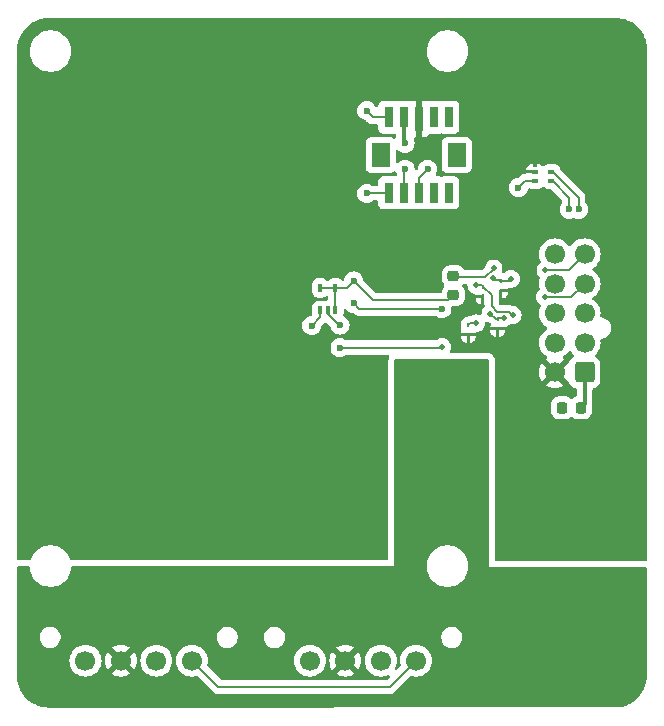
<source format=gbl>
%TF.GenerationSoftware,KiCad,Pcbnew,8.0.5*%
%TF.CreationDate,2024-11-03T15:39:05-06:00*%
%TF.ProjectId,DataAcq-EnvironmentBoard,44617461-4163-4712-9d45-6e7669726f6e,rev?*%
%TF.SameCoordinates,Original*%
%TF.FileFunction,Copper,L2,Bot*%
%TF.FilePolarity,Positive*%
%FSLAX46Y46*%
G04 Gerber Fmt 4.6, Leading zero omitted, Abs format (unit mm)*
G04 Created by KiCad (PCBNEW 8.0.5) date 2024-11-03 15:39:05*
%MOMM*%
%LPD*%
G01*
G04 APERTURE LIST*
G04 Aperture macros list*
%AMRoundRect*
0 Rectangle with rounded corners*
0 $1 Rounding radius*
0 $2 $3 $4 $5 $6 $7 $8 $9 X,Y pos of 4 corners*
0 Add a 4 corners polygon primitive as box body*
4,1,4,$2,$3,$4,$5,$6,$7,$8,$9,$2,$3,0*
0 Add four circle primitives for the rounded corners*
1,1,$1+$1,$2,$3*
1,1,$1+$1,$4,$5*
1,1,$1+$1,$6,$7*
1,1,$1+$1,$8,$9*
0 Add four rect primitives between the rounded corners*
20,1,$1+$1,$2,$3,$4,$5,0*
20,1,$1+$1,$4,$5,$6,$7,0*
20,1,$1+$1,$6,$7,$8,$9,0*
20,1,$1+$1,$8,$9,$2,$3,0*%
G04 Aperture macros list end*
%TA.AperFunction,SMDPad,CuDef*%
%ADD10RoundRect,0.062500X0.062500X-0.117500X0.062500X0.117500X-0.062500X0.117500X-0.062500X-0.117500X0*%
%TD*%
%TA.AperFunction,SMDPad,CuDef*%
%ADD11RoundRect,0.100000X0.100000X-0.225000X0.100000X0.225000X-0.100000X0.225000X-0.100000X-0.225000X0*%
%TD*%
%TA.AperFunction,SMDPad,CuDef*%
%ADD12R,0.800000X1.800000*%
%TD*%
%TA.AperFunction,SMDPad,CuDef*%
%ADD13R,0.800000X2.100000*%
%TD*%
%TA.AperFunction,SMDPad,CuDef*%
%ADD14R,1.550000X2.000000*%
%TD*%
%TA.AperFunction,SMDPad,CuDef*%
%ADD15R,0.500000X0.300000*%
%TD*%
%TA.AperFunction,ComponentPad*%
%ADD16RoundRect,0.250000X0.600000X0.600000X-0.600000X0.600000X-0.600000X-0.600000X0.600000X-0.600000X0*%
%TD*%
%TA.AperFunction,ComponentPad*%
%ADD17C,1.700000*%
%TD*%
%TA.AperFunction,SMDPad,CuDef*%
%ADD18RoundRect,0.218750X-0.256250X0.218750X-0.256250X-0.218750X0.256250X-0.218750X0.256250X0.218750X0*%
%TD*%
%TA.AperFunction,SMDPad,CuDef*%
%ADD19RoundRect,0.218750X-0.218750X-0.256250X0.218750X-0.256250X0.218750X0.256250X-0.218750X0.256250X0*%
%TD*%
%TA.AperFunction,ViaPad*%
%ADD20C,0.500000*%
%TD*%
%TA.AperFunction,ViaPad*%
%ADD21C,0.600000*%
%TD*%
%TA.AperFunction,Conductor*%
%ADD22C,0.150000*%
%TD*%
%TA.AperFunction,Conductor*%
%ADD23C,0.200000*%
%TD*%
%TA.AperFunction,Conductor*%
%ADD24C,0.350000*%
%TD*%
G04 APERTURE END LIST*
D10*
%TO.P,D3,1,A1*%
%TO.N,/I2C1_SCL*%
X183750000Y-97080000D03*
%TO.P,D3,2,A2*%
%TO.N,GND*%
X183750000Y-97920000D03*
%TD*%
D11*
%TO.P,U3,1,V_{DD}*%
%TO.N,VDDA*%
X170000000Y-96350000D03*
%TO.P,U3,2,GND*%
%TO.N,GNDA*%
X169350000Y-96350000D03*
%TO.P,U3,3,OUT*%
%TO.N,/TEMP_OUT*%
X168700000Y-96350000D03*
%TO.P,U3,4,V_{DD}*%
%TO.N,VDDA*%
X168700000Y-94450000D03*
%TO.P,U3,5,V_{DD}*%
X170000000Y-94450000D03*
%TD*%
D12*
%TO.P,U2,1,VREG*%
%TO.N,/AFLW_VREG*%
X174520000Y-80000000D03*
%TO.P,U2,2,VIN*%
%TO.N,+3.3V*%
X175790000Y-80000000D03*
D13*
%TO.P,U2,3,GND*%
%TO.N,GND*%
X177060000Y-80150000D03*
D12*
%TO.P,U2,4,NC_1*%
%TO.N,unconnected-(U2-NC_1-Pad4)*%
X178330000Y-80000000D03*
%TO.P,U2,5,NC_2*%
%TO.N,unconnected-(U2-NC_2-Pad5)*%
X179600000Y-80000000D03*
%TO.P,U2,6,SDA*%
%TO.N,/I2C2_SDA*%
X179600000Y-86400000D03*
%TO.P,U2,7,SCL*%
%TO.N,/I2C2_SCL*%
X178330000Y-86400000D03*
%TO.P,U2,8,TP1*%
%TO.N,/AFLW_TP1*%
X177060000Y-86400000D03*
%TO.P,U2,9,TP2*%
%TO.N,/AFLW_TP2*%
X175790000Y-86400000D03*
%TO.P,U2,10,VCM*%
%TO.N,/AFLW_VCM*%
X174520000Y-86400000D03*
D14*
%TO.P,U2,MP1,MP1*%
%TO.N,unconnected-(U2-PadMP1)*%
X173835000Y-83200000D03*
%TO.P,U2,MP2,MP2*%
%TO.N,unconnected-(U2-PadMP2)*%
X180285000Y-83200000D03*
%TD*%
D15*
%TO.P,U1,4,VSS*%
%TO.N,GND*%
X186900000Y-84600000D03*
%TO.P,U1,3,VDD*%
%TO.N,+3.3V*%
X186900000Y-85400000D03*
%TO.P,U1,2,SCL*%
%TO.N,/I2C1_SCL*%
X188300000Y-85400000D03*
%TO.P,U1,1,SDA*%
%TO.N,/I2C1_SDA*%
X188300000Y-84600000D03*
%TD*%
D16*
%TO.P,J6,1,Pin_1*%
%TO.N,/3.3-out*%
X191100000Y-101600000D03*
D17*
%TO.P,J6,2,Pin_2*%
%TO.N,unconnected-(J6-Pin_2-Pad2)*%
X191100000Y-99100000D03*
%TO.P,J6,3,Pin_3*%
%TO.N,/I2C1_SCL*%
X191100000Y-96600000D03*
%TO.P,J6,4,Pin_4*%
%TO.N,/I2C1_SDA*%
X191100000Y-94100000D03*
%TO.P,J6,5,Pin_5*%
%TO.N,GNDA*%
X191100000Y-91600000D03*
%TO.P,J6,6,Pin_6*%
%TO.N,GND*%
X188600000Y-101600000D03*
%TO.P,J6,7,Pin_7*%
%TO.N,/PA1(ADC)*%
X188600000Y-99100000D03*
%TO.P,J6,8,Pin_8*%
%TO.N,/I2C2_SCL*%
X188600000Y-96600000D03*
%TO.P,J6,9,Pin_9*%
%TO.N,/I2C2_SDA*%
X188600000Y-94100000D03*
%TO.P,J6,10,Pin_10*%
%TO.N,/VDDA-out*%
X188600000Y-91600000D03*
%TD*%
D10*
%TO.P,D4,2,A2*%
%TO.N,GND*%
X181250000Y-98420000D03*
%TO.P,D4,1,A1*%
%TO.N,/I2C1_SDA*%
X181250000Y-97580000D03*
%TD*%
%TO.P,D5,1,A1*%
%TO.N,/I2C2_SCL*%
X182500000Y-94330000D03*
%TO.P,D5,2,A2*%
%TO.N,GND*%
X182500000Y-95170000D03*
%TD*%
D17*
%TO.P,J2,1,12V*%
%TO.N,+12V_In*%
X167850000Y-126000000D03*
%TO.P,J2,2,GNDPWR*%
%TO.N,GNDPWR*%
X170850000Y-126000000D03*
%TO.P,J2,3,CAN_H*%
%TO.N,/CAN_H*%
X173850000Y-126000000D03*
%TO.P,J2,4,CAN_L*%
%TO.N,/CAN_L*%
X176850000Y-126000000D03*
%TD*%
D10*
%TO.P,D6,2,A2*%
%TO.N,GND*%
X184000000Y-94670000D03*
%TO.P,D6,1,A1*%
%TO.N,/I2C2_SDA*%
X184000000Y-93830000D03*
%TD*%
D17*
%TO.P,J3,1,12V*%
%TO.N,+12V_In*%
X148850000Y-126000000D03*
%TO.P,J3,2,GNDPWR*%
%TO.N,GNDPWR*%
X151850000Y-126000000D03*
%TO.P,J3,3,CAN_H*%
%TO.N,/CAN_H*%
X154850000Y-126000000D03*
%TO.P,J3,4,CAN_L*%
%TO.N,/CAN_L*%
X157850000Y-126000000D03*
%TD*%
D18*
%TO.P,F2,1*%
%TO.N,/VDDA-out*%
X180000000Y-93462500D03*
%TO.P,F2,2*%
%TO.N,VDDA*%
X180000000Y-95037500D03*
%TD*%
D19*
%TO.P,F1,1*%
%TO.N,+3.3V*%
X189212500Y-104600000D03*
%TO.P,F1,2*%
%TO.N,/3.3-out*%
X190787500Y-104600000D03*
%TD*%
D20*
%TO.N,/I2C2_SCL*%
X185020970Y-96750000D03*
D21*
%TO.N,/I2C1_SDA*%
X190600000Y-87800000D03*
%TO.N,/I2C1_SCL*%
X189800000Y-87800000D03*
D20*
X184250000Y-97000000D03*
%TO.N,/I2C2_SDA*%
X184863098Y-93679366D03*
%TO.N,/I2C1_SDA*%
X187750000Y-95200000D03*
%TO.N,/VDDA-out*%
X183400000Y-92800000D03*
%TO.N,/I2C1_SCL*%
X183136305Y-96628768D03*
%TO.N,/I2C1_SDA*%
X181937260Y-97437260D03*
%TO.N,/I2C2_SDA*%
X183350000Y-93600000D03*
%TO.N,/I2C2_SCL*%
X181937260Y-94237260D03*
D21*
%TO.N,/I2C2_SDA*%
X179600000Y-86400000D03*
%TO.N,/I2C2_SCL*%
X178330000Y-86400000D03*
%TO.N,+3.3V*%
X185500000Y-85950000D03*
X175910000Y-82200000D03*
%TO.N,/AFLW_TP1*%
X177810000Y-84400000D03*
%TO.N,/AFLW_TP2*%
X175910000Y-84400000D03*
%TO.N,/AFLW_VCM*%
X172660000Y-86450000D03*
%TO.N,/AFLW_VREG*%
X172660000Y-79450000D03*
%TO.N,GNDA*%
X179028509Y-96205406D03*
X171550000Y-95750000D03*
D20*
%TO.N,/PA1(ADC)*%
X179052414Y-99462347D03*
D21*
X170400000Y-99500000D03*
%TO.N,VDDA*%
X171550000Y-93850000D03*
%TO.N,GNDA*%
X170400000Y-97600000D03*
%TO.N,/TEMP_OUT*%
X168000000Y-97637500D03*
%TO.N,GND*%
X172660000Y-88350000D03*
X177810000Y-82200000D03*
X172660000Y-81350000D03*
X185500000Y-84050000D03*
X185250000Y-77750000D03*
D20*
X181937260Y-92637260D03*
D21*
X174250000Y-94300000D03*
%TO.N,GNDPWR*%
X181937260Y-101662740D03*
%TO.N,GND*%
X193937500Y-74750000D03*
%TO.N,GNDPWR*%
X194025000Y-121500000D03*
X185360000Y-123420000D03*
%TO.N,+3.3V*%
X189212500Y-104600000D03*
%TO.N,VDDA*%
X180000000Y-95037500D03*
D20*
%TO.N,GNDA*%
X187791235Y-92950000D03*
%TD*%
D22*
%TO.N,/I2C1_SDA*%
X181937260Y-97437260D02*
X181392740Y-97437260D01*
X181392740Y-97437260D02*
X181250000Y-97580000D01*
%TO.N,/I2C2_SCL*%
X182407260Y-94237260D02*
X182500000Y-94330000D01*
X184745970Y-96475000D02*
X185020970Y-96750000D01*
X183250000Y-96000000D02*
X183725000Y-96475000D01*
X181937260Y-94237260D02*
X182407260Y-94237260D01*
X183250000Y-95080000D02*
X183250000Y-96000000D01*
X182500000Y-94330000D02*
X183250000Y-95080000D01*
X183725000Y-96475000D02*
X184745970Y-96475000D01*
%TO.N,/I2C1_SCL*%
X183136305Y-96628768D02*
X183587537Y-97080000D01*
X183587537Y-97080000D02*
X183750000Y-97080000D01*
%TO.N,/VDDA-out*%
X182707537Y-93500000D02*
X180037500Y-93500000D01*
X183400000Y-92807537D02*
X182707537Y-93500000D01*
X180037500Y-93500000D02*
X180000000Y-93462500D01*
X183400000Y-92800000D02*
X183400000Y-92807537D01*
D23*
%TO.N,VDDA*%
X173200000Y-95500000D02*
X171550000Y-93850000D01*
X179537500Y-95500000D02*
X173200000Y-95500000D01*
X180000000Y-95037500D02*
X179537500Y-95500000D01*
D22*
%TO.N,/I2C2_SDA*%
X184712464Y-93830000D02*
X184863098Y-93679366D01*
X184000000Y-93830000D02*
X184712464Y-93830000D01*
X183525000Y-93775000D02*
X183918470Y-93775000D01*
X183918470Y-93775000D02*
X183973470Y-93830000D01*
X183973470Y-93830000D02*
X184000000Y-93830000D01*
%TO.N,/I2C1_SCL*%
X183830000Y-97000000D02*
X183750000Y-97080000D01*
X184250000Y-97000000D02*
X183830000Y-97000000D01*
%TO.N,/I2C1_SDA*%
X188400000Y-84600000D02*
X188300000Y-84600000D01*
X190600000Y-86800000D02*
X188400000Y-84600000D01*
X190600000Y-87800000D02*
X190600000Y-86800000D01*
%TO.N,/I2C1_SCL*%
X189800000Y-87800000D02*
X189800000Y-86800000D01*
X189800000Y-86800000D02*
X188400000Y-85400000D01*
X188400000Y-85400000D02*
X188300000Y-85400000D01*
%TO.N,/I2C2_SDA*%
X183350000Y-93600000D02*
X183525000Y-93775000D01*
D23*
%TO.N,GNDA*%
X179023103Y-96200000D02*
X172000000Y-96200000D01*
X179028509Y-96205406D02*
X179023103Y-96200000D01*
X172000000Y-96200000D02*
X171550000Y-95750000D01*
%TO.N,+3.3V*%
X186050000Y-85400000D02*
X185500000Y-85950000D01*
X186900000Y-85400000D02*
X186050000Y-85400000D01*
D24*
X175790000Y-82080000D02*
X175910000Y-82200000D01*
X175790000Y-80000000D02*
X175790000Y-82080000D01*
D23*
%TO.N,/AFLW_TP1*%
X177060000Y-85150000D02*
X177810000Y-84400000D01*
X177060000Y-86400000D02*
X177060000Y-85150000D01*
%TO.N,/AFLW_TP2*%
X175790000Y-84520000D02*
X175910000Y-84400000D01*
X175790000Y-86400000D02*
X175790000Y-84520000D01*
%TO.N,/AFLW_VCM*%
X172710000Y-86400000D02*
X172660000Y-86450000D01*
X174520000Y-86400000D02*
X172710000Y-86400000D01*
%TO.N,/AFLW_VREG*%
X173210000Y-80000000D02*
X172660000Y-79450000D01*
X174520000Y-80000000D02*
X173210000Y-80000000D01*
%TO.N,VDDA*%
X170000000Y-94450000D02*
X170950000Y-94450000D01*
X170950000Y-94450000D02*
X171550000Y-93850000D01*
X168700000Y-94450000D02*
X170000000Y-94450000D01*
X170000000Y-96350000D02*
X170000000Y-94450000D01*
%TO.N,GNDA*%
X170275001Y-97600000D02*
X170400000Y-97600000D01*
X169350000Y-96350000D02*
X169350000Y-96674999D01*
X169350000Y-96674999D02*
X170275001Y-97600000D01*
%TO.N,/TEMP_OUT*%
X168700000Y-96937500D02*
X168000000Y-97637500D01*
X168700000Y-96350000D02*
X168700000Y-96937500D01*
%TO.N,/CAN_L*%
X174600000Y-128250000D02*
X160100000Y-128250000D01*
X176850000Y-126000000D02*
X174600000Y-128250000D01*
X160100000Y-128250000D02*
X157850000Y-126000000D01*
D24*
%TO.N,/3.3-out*%
X191100000Y-101600000D02*
X191100000Y-104287500D01*
X191100000Y-104287500D02*
X190787500Y-104600000D01*
D22*
%TO.N,/I2C1_SDA*%
X189975000Y-95225000D02*
X191100000Y-94100000D01*
X187775000Y-95225000D02*
X189975000Y-95225000D01*
X187750000Y-95200000D02*
X187775000Y-95225000D01*
%TO.N,GNDA*%
X191100000Y-91600000D02*
X189750000Y-92950000D01*
X189750000Y-92950000D02*
X187791235Y-92950000D01*
D23*
%TO.N,/PA1(ADC)*%
X179052414Y-99462347D02*
X179014761Y-99500000D01*
X179014761Y-99500000D02*
X170400000Y-99500000D01*
%TD*%
%TA.AperFunction,Conductor*%
%TO.N,GNDPWR*%
G36*
X144022019Y-118001179D02*
G01*
X144089037Y-118020925D01*
X144134743Y-118073771D01*
X144144132Y-118111082D01*
X144144970Y-118110972D01*
X144175518Y-118343009D01*
X144175519Y-118343014D01*
X144175520Y-118343020D01*
X144175521Y-118343022D01*
X144235046Y-118565175D01*
X144235049Y-118565185D01*
X144323057Y-118777654D01*
X144323061Y-118777664D01*
X144438055Y-118976839D01*
X144578064Y-119159303D01*
X144578070Y-119159310D01*
X144740689Y-119321929D01*
X144740696Y-119321935D01*
X144923160Y-119461944D01*
X145122335Y-119576938D01*
X145122336Y-119576938D01*
X145122339Y-119576940D01*
X145334824Y-119664954D01*
X145556980Y-119724480D01*
X145785004Y-119754500D01*
X145785011Y-119754500D01*
X146014989Y-119754500D01*
X146014996Y-119754500D01*
X146243020Y-119724480D01*
X146465176Y-119664954D01*
X146677661Y-119576940D01*
X146876840Y-119461944D01*
X147059305Y-119321934D01*
X147221934Y-119159305D01*
X147361944Y-118976840D01*
X147476940Y-118777661D01*
X147564954Y-118565176D01*
X147624480Y-118343020D01*
X147654500Y-118114996D01*
X147654832Y-118112475D01*
X147683098Y-118048578D01*
X147741423Y-118010107D01*
X147777880Y-118004660D01*
X175000000Y-118029894D01*
X175000000Y-124750000D01*
X176335077Y-124750000D01*
X176172171Y-124825964D01*
X176172169Y-124825965D01*
X175978597Y-124961505D01*
X175811505Y-125128597D01*
X175675965Y-125322169D01*
X175675964Y-125322171D01*
X175576098Y-125536335D01*
X175576094Y-125536344D01*
X175514938Y-125764586D01*
X175514936Y-125764596D01*
X175494341Y-125999999D01*
X175494341Y-126000000D01*
X175514936Y-126235403D01*
X175514938Y-126235413D01*
X175549327Y-126363756D01*
X175547664Y-126433606D01*
X175517233Y-126483530D01*
X175260139Y-126740625D01*
X175198816Y-126774110D01*
X175129125Y-126769126D01*
X175073191Y-126727255D01*
X175048774Y-126661790D01*
X175060076Y-126600539D01*
X175123903Y-126463663D01*
X175185063Y-126235408D01*
X175205659Y-126000000D01*
X175185063Y-125764592D01*
X175123903Y-125536337D01*
X175024035Y-125322171D01*
X174965537Y-125238626D01*
X174888494Y-125128597D01*
X174721402Y-124961506D01*
X174721395Y-124961501D01*
X174527834Y-124825967D01*
X174527830Y-124825965D01*
X174527828Y-124825964D01*
X174313663Y-124726097D01*
X174313659Y-124726096D01*
X174313655Y-124726094D01*
X174085413Y-124664938D01*
X174085403Y-124664936D01*
X173850001Y-124644341D01*
X173849999Y-124644341D01*
X173614596Y-124664936D01*
X173614586Y-124664938D01*
X173386344Y-124726094D01*
X173386335Y-124726098D01*
X173172171Y-124825964D01*
X173172169Y-124825965D01*
X172978597Y-124961505D01*
X172811505Y-125128597D01*
X172675965Y-125322169D01*
X172675964Y-125322171D01*
X172576098Y-125536335D01*
X172576094Y-125536344D01*
X172514938Y-125764586D01*
X172514936Y-125764596D01*
X172494341Y-125999999D01*
X172494341Y-126000000D01*
X172514936Y-126235403D01*
X172514938Y-126235413D01*
X172576094Y-126463655D01*
X172576096Y-126463659D01*
X172576097Y-126463663D01*
X172639924Y-126600539D01*
X172675965Y-126677830D01*
X172675967Y-126677834D01*
X172734462Y-126761373D01*
X172811505Y-126871401D01*
X172978599Y-127038495D01*
X173075384Y-127106265D01*
X173172165Y-127174032D01*
X173172167Y-127174033D01*
X173172170Y-127174035D01*
X173386337Y-127273903D01*
X173614592Y-127335063D01*
X173802918Y-127351539D01*
X173849999Y-127355659D01*
X173850000Y-127355659D01*
X173850001Y-127355659D01*
X173889234Y-127352226D01*
X174085408Y-127335063D01*
X174313663Y-127273903D01*
X174450543Y-127210074D01*
X174519617Y-127199583D01*
X174583401Y-127228102D01*
X174621641Y-127286579D01*
X174622196Y-127356446D01*
X174590626Y-127410138D01*
X174387584Y-127613181D01*
X174326261Y-127646666D01*
X174299903Y-127649500D01*
X160400098Y-127649500D01*
X160333059Y-127629815D01*
X160312417Y-127613181D01*
X159182766Y-126483531D01*
X159149281Y-126422208D01*
X159150672Y-126363757D01*
X159164233Y-126313147D01*
X159185063Y-126235408D01*
X159205659Y-126000000D01*
X159205659Y-125999999D01*
X166494341Y-125999999D01*
X166494341Y-126000000D01*
X166514936Y-126235403D01*
X166514938Y-126235413D01*
X166576094Y-126463655D01*
X166576096Y-126463659D01*
X166576097Y-126463663D01*
X166639924Y-126600539D01*
X166675965Y-126677830D01*
X166675967Y-126677834D01*
X166734462Y-126761373D01*
X166811505Y-126871401D01*
X166978599Y-127038495D01*
X167075384Y-127106265D01*
X167172165Y-127174032D01*
X167172167Y-127174033D01*
X167172170Y-127174035D01*
X167386337Y-127273903D01*
X167614592Y-127335063D01*
X167802918Y-127351539D01*
X167849999Y-127355659D01*
X167850000Y-127355659D01*
X167850001Y-127355659D01*
X167889234Y-127352226D01*
X168085408Y-127335063D01*
X168313663Y-127273903D01*
X168527830Y-127174035D01*
X168721401Y-127038495D01*
X168888495Y-126871401D01*
X169024035Y-126677830D01*
X169123903Y-126463663D01*
X169185063Y-126235408D01*
X169205659Y-126000000D01*
X169205659Y-125999998D01*
X169494843Y-125999998D01*
X169494843Y-126000001D01*
X169515430Y-126235315D01*
X169515432Y-126235326D01*
X169576566Y-126463483D01*
X169576570Y-126463492D01*
X169676400Y-126677579D01*
X169676402Y-126677583D01*
X169735072Y-126761373D01*
X169735073Y-126761373D01*
X170358871Y-126137574D01*
X170374755Y-126196853D01*
X170441898Y-126313147D01*
X170536853Y-126408102D01*
X170653147Y-126475245D01*
X170712424Y-126491128D01*
X170088625Y-127114925D01*
X170172421Y-127173599D01*
X170386507Y-127273429D01*
X170386516Y-127273433D01*
X170614673Y-127334567D01*
X170614684Y-127334569D01*
X170849998Y-127355157D01*
X170850002Y-127355157D01*
X171085315Y-127334569D01*
X171085326Y-127334567D01*
X171313483Y-127273433D01*
X171313492Y-127273429D01*
X171527578Y-127173600D01*
X171527582Y-127173598D01*
X171611373Y-127114926D01*
X171611373Y-127114925D01*
X170987575Y-126491128D01*
X171046853Y-126475245D01*
X171163147Y-126408102D01*
X171258102Y-126313147D01*
X171325245Y-126196853D01*
X171341127Y-126137575D01*
X171964925Y-126761373D01*
X171964926Y-126761373D01*
X172023598Y-126677582D01*
X172023600Y-126677578D01*
X172123429Y-126463492D01*
X172123433Y-126463483D01*
X172184567Y-126235326D01*
X172184569Y-126235315D01*
X172205157Y-126000001D01*
X172205157Y-125999998D01*
X172184569Y-125764684D01*
X172184567Y-125764673D01*
X172123433Y-125536516D01*
X172123429Y-125536507D01*
X172023600Y-125322423D01*
X172023599Y-125322421D01*
X171964925Y-125238626D01*
X171964925Y-125238625D01*
X171341127Y-125862423D01*
X171325245Y-125803147D01*
X171258102Y-125686853D01*
X171163147Y-125591898D01*
X171046853Y-125524755D01*
X170987575Y-125508871D01*
X171611373Y-124885073D01*
X171611373Y-124885072D01*
X171527583Y-124826402D01*
X171527579Y-124826400D01*
X171313492Y-124726570D01*
X171313483Y-124726566D01*
X171085326Y-124665432D01*
X171085315Y-124665430D01*
X170850002Y-124644843D01*
X170849998Y-124644843D01*
X170614684Y-124665430D01*
X170614673Y-124665432D01*
X170386516Y-124726566D01*
X170386507Y-124726570D01*
X170172419Y-124826401D01*
X170088625Y-124885072D01*
X170712424Y-125508871D01*
X170653147Y-125524755D01*
X170536853Y-125591898D01*
X170441898Y-125686853D01*
X170374755Y-125803147D01*
X170358872Y-125862424D01*
X169735073Y-125238625D01*
X169735072Y-125238625D01*
X169676401Y-125322419D01*
X169576570Y-125536507D01*
X169576566Y-125536516D01*
X169515432Y-125764673D01*
X169515430Y-125764684D01*
X169494843Y-125999998D01*
X169205659Y-125999998D01*
X169185063Y-125764592D01*
X169123903Y-125536337D01*
X169024035Y-125322171D01*
X168965537Y-125238626D01*
X168888494Y-125128597D01*
X168721402Y-124961506D01*
X168721395Y-124961501D01*
X168527834Y-124825967D01*
X168527830Y-124825965D01*
X168527828Y-124825964D01*
X168313663Y-124726097D01*
X168313659Y-124726096D01*
X168313655Y-124726094D01*
X168085413Y-124664938D01*
X168085403Y-124664936D01*
X167850001Y-124644341D01*
X167849999Y-124644341D01*
X167614596Y-124664936D01*
X167614586Y-124664938D01*
X167386344Y-124726094D01*
X167386335Y-124726098D01*
X167172171Y-124825964D01*
X167172169Y-124825965D01*
X166978597Y-124961505D01*
X166811505Y-125128597D01*
X166675965Y-125322169D01*
X166675964Y-125322171D01*
X166576098Y-125536335D01*
X166576094Y-125536344D01*
X166514938Y-125764586D01*
X166514936Y-125764596D01*
X166494341Y-125999999D01*
X159205659Y-125999999D01*
X159185063Y-125764592D01*
X159123903Y-125536337D01*
X159024035Y-125322171D01*
X158965537Y-125238626D01*
X158888494Y-125128597D01*
X158721402Y-124961506D01*
X158721395Y-124961501D01*
X158527834Y-124825967D01*
X158527830Y-124825965D01*
X158527828Y-124825964D01*
X158313663Y-124726097D01*
X158313659Y-124726096D01*
X158313655Y-124726094D01*
X158085413Y-124664938D01*
X158085403Y-124664936D01*
X157850001Y-124644341D01*
X157849999Y-124644341D01*
X157614596Y-124664936D01*
X157614586Y-124664938D01*
X157386344Y-124726094D01*
X157386335Y-124726098D01*
X157172171Y-124825964D01*
X157172169Y-124825965D01*
X156978597Y-124961505D01*
X156811505Y-125128597D01*
X156675965Y-125322169D01*
X156675964Y-125322171D01*
X156576098Y-125536335D01*
X156576094Y-125536344D01*
X156514938Y-125764586D01*
X156514936Y-125764596D01*
X156494341Y-125999999D01*
X156494341Y-126000000D01*
X156514936Y-126235403D01*
X156514938Y-126235413D01*
X156576094Y-126463655D01*
X156576096Y-126463659D01*
X156576097Y-126463663D01*
X156639924Y-126600539D01*
X156675965Y-126677830D01*
X156675967Y-126677834D01*
X156734462Y-126761373D01*
X156811505Y-126871401D01*
X156978599Y-127038495D01*
X157075384Y-127106265D01*
X157172165Y-127174032D01*
X157172167Y-127174033D01*
X157172170Y-127174035D01*
X157386337Y-127273903D01*
X157614592Y-127335063D01*
X157802918Y-127351539D01*
X157849999Y-127355659D01*
X157850000Y-127355659D01*
X157850001Y-127355659D01*
X157889234Y-127352226D01*
X158085408Y-127335063D01*
X158213757Y-127300672D01*
X158283606Y-127302335D01*
X158333530Y-127332765D01*
X159731284Y-128730520D01*
X159731286Y-128730521D01*
X159731290Y-128730524D01*
X159868209Y-128809573D01*
X159868212Y-128809575D01*
X159868216Y-128809577D01*
X160020943Y-128850501D01*
X160020945Y-128850501D01*
X160186654Y-128850501D01*
X160186670Y-128850500D01*
X174513331Y-128850500D01*
X174513347Y-128850501D01*
X174520943Y-128850501D01*
X174679054Y-128850501D01*
X174679057Y-128850501D01*
X174831785Y-128809577D01*
X174917410Y-128760141D01*
X174968716Y-128730520D01*
X175080520Y-128618716D01*
X175080520Y-128618714D01*
X175090724Y-128608511D01*
X175090728Y-128608506D01*
X176366470Y-127332763D01*
X176427791Y-127299280D01*
X176486238Y-127300670D01*
X176614592Y-127335063D01*
X176802918Y-127351539D01*
X176849999Y-127355659D01*
X176850000Y-127355659D01*
X176850001Y-127355659D01*
X176889234Y-127352226D01*
X177085408Y-127335063D01*
X177313663Y-127273903D01*
X177527830Y-127174035D01*
X177721401Y-127038495D01*
X177888495Y-126871401D01*
X178024035Y-126677830D01*
X178123903Y-126463663D01*
X178185063Y-126235408D01*
X178205659Y-126000000D01*
X178185063Y-125764592D01*
X178123903Y-125536337D01*
X178024035Y-125322171D01*
X177965537Y-125238626D01*
X177888494Y-125128597D01*
X177721402Y-124961506D01*
X177721395Y-124961501D01*
X177527834Y-124825967D01*
X177527830Y-124825965D01*
X177527828Y-124825964D01*
X177364923Y-124750000D01*
X179311532Y-124750000D01*
X179428657Y-124828261D01*
X179428670Y-124828268D01*
X179590537Y-124895315D01*
X179590542Y-124895317D01*
X179762387Y-124929499D01*
X179762391Y-124929500D01*
X179762392Y-124929500D01*
X179937609Y-124929500D01*
X179937610Y-124929499D01*
X180109458Y-124895317D01*
X180271336Y-124828265D01*
X180388468Y-124750000D01*
X183000000Y-124750000D01*
X183000000Y-118037311D01*
X196275618Y-118049617D01*
X196342636Y-118069364D01*
X196388342Y-118122210D01*
X196399500Y-118173617D01*
X196399500Y-127246519D01*
X196399305Y-127253472D01*
X196382782Y-127547681D01*
X196381225Y-127561499D01*
X196332449Y-127848568D01*
X196329355Y-127862125D01*
X196248742Y-128141938D01*
X196244149Y-128155062D01*
X196132719Y-128424080D01*
X196126685Y-128436610D01*
X195985830Y-128691465D01*
X195978432Y-128703238D01*
X195809929Y-128940720D01*
X195801259Y-128951592D01*
X195607234Y-129168704D01*
X195597402Y-129178537D01*
X195380275Y-129372573D01*
X195369403Y-129381243D01*
X195131922Y-129549743D01*
X195120148Y-129557141D01*
X194865289Y-129697995D01*
X194852760Y-129704028D01*
X194583747Y-129815455D01*
X194570622Y-129820048D01*
X194290809Y-129900659D01*
X194277252Y-129903753D01*
X193990182Y-129952527D01*
X193976364Y-129954084D01*
X193681799Y-129970624D01*
X193674847Y-129970819D01*
X193623045Y-129970819D01*
X193622973Y-129970823D01*
X145753483Y-129974498D01*
X145746521Y-129974303D01*
X145454705Y-129957916D01*
X145440886Y-129956359D01*
X145156172Y-129907984D01*
X145142615Y-129904890D01*
X144865100Y-129824939D01*
X144851975Y-129820346D01*
X144585165Y-129709830D01*
X144572637Y-129703797D01*
X144319874Y-129564100D01*
X144308100Y-129556702D01*
X144072569Y-129389584D01*
X144061697Y-129380914D01*
X143846357Y-129188475D01*
X143836524Y-129178642D01*
X143644085Y-128963302D01*
X143635415Y-128952430D01*
X143634820Y-128951592D01*
X143534053Y-128809573D01*
X143468297Y-128716899D01*
X143460899Y-128705125D01*
X143431836Y-128652541D01*
X143321198Y-128452355D01*
X143315172Y-128439841D01*
X143204653Y-128173024D01*
X143200060Y-128159899D01*
X143120109Y-127882384D01*
X143117015Y-127868827D01*
X143079750Y-127649500D01*
X143068638Y-127584103D01*
X143067084Y-127570306D01*
X143050695Y-127278472D01*
X143050500Y-127271519D01*
X143050500Y-125999999D01*
X147494341Y-125999999D01*
X147494341Y-126000000D01*
X147514936Y-126235403D01*
X147514938Y-126235413D01*
X147576094Y-126463655D01*
X147576096Y-126463659D01*
X147576097Y-126463663D01*
X147639924Y-126600539D01*
X147675965Y-126677830D01*
X147675967Y-126677834D01*
X147734462Y-126761373D01*
X147811505Y-126871401D01*
X147978599Y-127038495D01*
X148075384Y-127106265D01*
X148172165Y-127174032D01*
X148172167Y-127174033D01*
X148172170Y-127174035D01*
X148386337Y-127273903D01*
X148614592Y-127335063D01*
X148802918Y-127351539D01*
X148849999Y-127355659D01*
X148850000Y-127355659D01*
X148850001Y-127355659D01*
X148889234Y-127352226D01*
X149085408Y-127335063D01*
X149313663Y-127273903D01*
X149527830Y-127174035D01*
X149721401Y-127038495D01*
X149888495Y-126871401D01*
X150024035Y-126677830D01*
X150123903Y-126463663D01*
X150185063Y-126235408D01*
X150205659Y-126000000D01*
X150205659Y-125999998D01*
X150494843Y-125999998D01*
X150494843Y-126000001D01*
X150515430Y-126235315D01*
X150515432Y-126235326D01*
X150576566Y-126463483D01*
X150576570Y-126463492D01*
X150676400Y-126677579D01*
X150676402Y-126677583D01*
X150735072Y-126761373D01*
X150735073Y-126761373D01*
X151358871Y-126137574D01*
X151374755Y-126196853D01*
X151441898Y-126313147D01*
X151536853Y-126408102D01*
X151653147Y-126475245D01*
X151712424Y-126491128D01*
X151088625Y-127114925D01*
X151172421Y-127173599D01*
X151386507Y-127273429D01*
X151386516Y-127273433D01*
X151614673Y-127334567D01*
X151614684Y-127334569D01*
X151849998Y-127355157D01*
X151850002Y-127355157D01*
X152085315Y-127334569D01*
X152085326Y-127334567D01*
X152313483Y-127273433D01*
X152313492Y-127273429D01*
X152527578Y-127173600D01*
X152527582Y-127173598D01*
X152611373Y-127114926D01*
X152611373Y-127114925D01*
X151987575Y-126491128D01*
X152046853Y-126475245D01*
X152163147Y-126408102D01*
X152258102Y-126313147D01*
X152325245Y-126196853D01*
X152341127Y-126137575D01*
X152964925Y-126761373D01*
X152964926Y-126761373D01*
X153023598Y-126677582D01*
X153023600Y-126677578D01*
X153123429Y-126463492D01*
X153123433Y-126463483D01*
X153184567Y-126235326D01*
X153184569Y-126235315D01*
X153205157Y-126000001D01*
X153205157Y-125999999D01*
X153494341Y-125999999D01*
X153494341Y-126000000D01*
X153514936Y-126235403D01*
X153514938Y-126235413D01*
X153576094Y-126463655D01*
X153576096Y-126463659D01*
X153576097Y-126463663D01*
X153639924Y-126600539D01*
X153675965Y-126677830D01*
X153675967Y-126677834D01*
X153734462Y-126761373D01*
X153811505Y-126871401D01*
X153978599Y-127038495D01*
X154075384Y-127106265D01*
X154172165Y-127174032D01*
X154172167Y-127174033D01*
X154172170Y-127174035D01*
X154386337Y-127273903D01*
X154614592Y-127335063D01*
X154802918Y-127351539D01*
X154849999Y-127355659D01*
X154850000Y-127355659D01*
X154850001Y-127355659D01*
X154889234Y-127352226D01*
X155085408Y-127335063D01*
X155313663Y-127273903D01*
X155527830Y-127174035D01*
X155721401Y-127038495D01*
X155888495Y-126871401D01*
X156024035Y-126677830D01*
X156123903Y-126463663D01*
X156185063Y-126235408D01*
X156205659Y-126000000D01*
X156185063Y-125764592D01*
X156123903Y-125536337D01*
X156024035Y-125322171D01*
X155965537Y-125238626D01*
X155888494Y-125128597D01*
X155721402Y-124961506D01*
X155721395Y-124961501D01*
X155527834Y-124825967D01*
X155527830Y-124825965D01*
X155527828Y-124825964D01*
X155313663Y-124726097D01*
X155313659Y-124726096D01*
X155313655Y-124726094D01*
X155085413Y-124664938D01*
X155085403Y-124664936D01*
X154850001Y-124644341D01*
X154849999Y-124644341D01*
X154614596Y-124664936D01*
X154614586Y-124664938D01*
X154386344Y-124726094D01*
X154386335Y-124726098D01*
X154172171Y-124825964D01*
X154172169Y-124825965D01*
X153978597Y-124961505D01*
X153811505Y-125128597D01*
X153675965Y-125322169D01*
X153675964Y-125322171D01*
X153576098Y-125536335D01*
X153576094Y-125536344D01*
X153514938Y-125764586D01*
X153514936Y-125764596D01*
X153494341Y-125999999D01*
X153205157Y-125999999D01*
X153205157Y-125999998D01*
X153184569Y-125764684D01*
X153184567Y-125764673D01*
X153123433Y-125536516D01*
X153123429Y-125536507D01*
X153023600Y-125322423D01*
X153023599Y-125322421D01*
X152964925Y-125238626D01*
X152964925Y-125238625D01*
X152341127Y-125862423D01*
X152325245Y-125803147D01*
X152258102Y-125686853D01*
X152163147Y-125591898D01*
X152046853Y-125524755D01*
X151987575Y-125508871D01*
X152611373Y-124885073D01*
X152611373Y-124885072D01*
X152527583Y-124826402D01*
X152527579Y-124826400D01*
X152313492Y-124726570D01*
X152313483Y-124726566D01*
X152085326Y-124665432D01*
X152085315Y-124665430D01*
X151850002Y-124644843D01*
X151849998Y-124644843D01*
X151614684Y-124665430D01*
X151614673Y-124665432D01*
X151386516Y-124726566D01*
X151386507Y-124726570D01*
X151172419Y-124826401D01*
X151088625Y-124885072D01*
X151712424Y-125508871D01*
X151653147Y-125524755D01*
X151536853Y-125591898D01*
X151441898Y-125686853D01*
X151374755Y-125803147D01*
X151358871Y-125862424D01*
X150735072Y-125238625D01*
X150676401Y-125322419D01*
X150576570Y-125536507D01*
X150576566Y-125536516D01*
X150515432Y-125764673D01*
X150515430Y-125764684D01*
X150494843Y-125999998D01*
X150205659Y-125999998D01*
X150185063Y-125764592D01*
X150123903Y-125536337D01*
X150024035Y-125322171D01*
X149965537Y-125238626D01*
X149888494Y-125128597D01*
X149721402Y-124961506D01*
X149721395Y-124961501D01*
X149527834Y-124825967D01*
X149527830Y-124825965D01*
X149527828Y-124825964D01*
X149313663Y-124726097D01*
X149313659Y-124726096D01*
X149313655Y-124726094D01*
X149085413Y-124664938D01*
X149085403Y-124664936D01*
X148850001Y-124644341D01*
X148849999Y-124644341D01*
X148614596Y-124664936D01*
X148614586Y-124664938D01*
X148386344Y-124726094D01*
X148386335Y-124726098D01*
X148172171Y-124825964D01*
X148172169Y-124825965D01*
X147978597Y-124961505D01*
X147811505Y-125128597D01*
X147675965Y-125322169D01*
X147675964Y-125322171D01*
X147576098Y-125536335D01*
X147576094Y-125536344D01*
X147514938Y-125764586D01*
X147514936Y-125764596D01*
X147494341Y-125999999D01*
X143050500Y-125999999D01*
X143050500Y-123952387D01*
X144960500Y-123952387D01*
X144960500Y-124127612D01*
X144994681Y-124299450D01*
X144994684Y-124299462D01*
X145061731Y-124461329D01*
X145061738Y-124461342D01*
X145159079Y-124607022D01*
X145159082Y-124607026D01*
X145282973Y-124730917D01*
X145282977Y-124730920D01*
X145428657Y-124828261D01*
X145428670Y-124828268D01*
X145590537Y-124895315D01*
X145590542Y-124895317D01*
X145762387Y-124929499D01*
X145762391Y-124929500D01*
X145762392Y-124929500D01*
X145937609Y-124929500D01*
X145937610Y-124929499D01*
X146109458Y-124895317D01*
X146271336Y-124828265D01*
X146417023Y-124730920D01*
X146540920Y-124607023D01*
X146638265Y-124461336D01*
X146705317Y-124299458D01*
X146739500Y-124127608D01*
X146739500Y-123952392D01*
X146739499Y-123952387D01*
X159960500Y-123952387D01*
X159960500Y-124127612D01*
X159994681Y-124299450D01*
X159994684Y-124299462D01*
X160061731Y-124461329D01*
X160061738Y-124461342D01*
X160159079Y-124607022D01*
X160159082Y-124607026D01*
X160282973Y-124730917D01*
X160282977Y-124730920D01*
X160428657Y-124828261D01*
X160428670Y-124828268D01*
X160590537Y-124895315D01*
X160590542Y-124895317D01*
X160762387Y-124929499D01*
X160762391Y-124929500D01*
X160762392Y-124929500D01*
X160937609Y-124929500D01*
X160937610Y-124929499D01*
X161109458Y-124895317D01*
X161271336Y-124828265D01*
X161417023Y-124730920D01*
X161540920Y-124607023D01*
X161638265Y-124461336D01*
X161705317Y-124299458D01*
X161739500Y-124127608D01*
X161739500Y-123952392D01*
X161739499Y-123952387D01*
X163960500Y-123952387D01*
X163960500Y-124127612D01*
X163994681Y-124299450D01*
X163994684Y-124299462D01*
X164061731Y-124461329D01*
X164061738Y-124461342D01*
X164159079Y-124607022D01*
X164159082Y-124607026D01*
X164282973Y-124730917D01*
X164282977Y-124730920D01*
X164428657Y-124828261D01*
X164428670Y-124828268D01*
X164590537Y-124895315D01*
X164590542Y-124895317D01*
X164762387Y-124929499D01*
X164762391Y-124929500D01*
X164762392Y-124929500D01*
X164937609Y-124929500D01*
X164937610Y-124929499D01*
X165109458Y-124895317D01*
X165271336Y-124828265D01*
X165417023Y-124730920D01*
X165540920Y-124607023D01*
X165638265Y-124461336D01*
X165705317Y-124299458D01*
X165739500Y-124127608D01*
X165739500Y-123952392D01*
X165705317Y-123780542D01*
X165705315Y-123780537D01*
X165638268Y-123618670D01*
X165638261Y-123618657D01*
X165540920Y-123472977D01*
X165540917Y-123472973D01*
X165417026Y-123349082D01*
X165417022Y-123349079D01*
X165271342Y-123251738D01*
X165271329Y-123251731D01*
X165109462Y-123184684D01*
X165109450Y-123184681D01*
X164937612Y-123150500D01*
X164937608Y-123150500D01*
X164762392Y-123150500D01*
X164762387Y-123150500D01*
X164590549Y-123184681D01*
X164590537Y-123184684D01*
X164428670Y-123251731D01*
X164428657Y-123251738D01*
X164282977Y-123349079D01*
X164282973Y-123349082D01*
X164159082Y-123472973D01*
X164159079Y-123472977D01*
X164061738Y-123618657D01*
X164061731Y-123618670D01*
X163994684Y-123780537D01*
X163994681Y-123780549D01*
X163960500Y-123952387D01*
X161739499Y-123952387D01*
X161705317Y-123780542D01*
X161705315Y-123780537D01*
X161638268Y-123618670D01*
X161638261Y-123618657D01*
X161540920Y-123472977D01*
X161540917Y-123472973D01*
X161417026Y-123349082D01*
X161417022Y-123349079D01*
X161271342Y-123251738D01*
X161271329Y-123251731D01*
X161109462Y-123184684D01*
X161109450Y-123184681D01*
X160937612Y-123150500D01*
X160937608Y-123150500D01*
X160762392Y-123150500D01*
X160762387Y-123150500D01*
X160590549Y-123184681D01*
X160590537Y-123184684D01*
X160428670Y-123251731D01*
X160428657Y-123251738D01*
X160282977Y-123349079D01*
X160282973Y-123349082D01*
X160159082Y-123472973D01*
X160159079Y-123472977D01*
X160061738Y-123618657D01*
X160061731Y-123618670D01*
X159994684Y-123780537D01*
X159994681Y-123780549D01*
X159960500Y-123952387D01*
X146739499Y-123952387D01*
X146705317Y-123780542D01*
X146705315Y-123780537D01*
X146638268Y-123618670D01*
X146638261Y-123618657D01*
X146540920Y-123472977D01*
X146540917Y-123472973D01*
X146417026Y-123349082D01*
X146417022Y-123349079D01*
X146271342Y-123251738D01*
X146271329Y-123251731D01*
X146109462Y-123184684D01*
X146109450Y-123184681D01*
X145937612Y-123150500D01*
X145937608Y-123150500D01*
X145762392Y-123150500D01*
X145762387Y-123150500D01*
X145590549Y-123184681D01*
X145590537Y-123184684D01*
X145428670Y-123251731D01*
X145428657Y-123251738D01*
X145282977Y-123349079D01*
X145282973Y-123349082D01*
X145159082Y-123472973D01*
X145159079Y-123472977D01*
X145061738Y-123618657D01*
X145061731Y-123618670D01*
X144994684Y-123780537D01*
X144994681Y-123780549D01*
X144960500Y-123952387D01*
X143050500Y-123952387D01*
X143050500Y-118124393D01*
X143070185Y-118057354D01*
X143122989Y-118011599D01*
X143174612Y-118000393D01*
X144022019Y-118001179D01*
G37*
%TD.AperFunction*%
%TD*%
%TA.AperFunction,Conductor*%
%TO.N,GNDPWR*%
G36*
X182943039Y-100469685D02*
G01*
X182988794Y-100522489D01*
X183000000Y-100574000D01*
X183000000Y-124750000D01*
X180388468Y-124750000D01*
X180417023Y-124730920D01*
X180540920Y-124607023D01*
X180638265Y-124461336D01*
X180705317Y-124299458D01*
X180739500Y-124127608D01*
X180739500Y-123952392D01*
X180705317Y-123780542D01*
X180705315Y-123780537D01*
X180638268Y-123618670D01*
X180638261Y-123618657D01*
X180540920Y-123472977D01*
X180540917Y-123472973D01*
X180417026Y-123349082D01*
X180417022Y-123349079D01*
X180271342Y-123251738D01*
X180271329Y-123251731D01*
X180109462Y-123184684D01*
X180109450Y-123184681D01*
X179937612Y-123150500D01*
X179937608Y-123150500D01*
X179762392Y-123150500D01*
X179762387Y-123150500D01*
X179590549Y-123184681D01*
X179590537Y-123184684D01*
X179428670Y-123251731D01*
X179428657Y-123251738D01*
X179282977Y-123349079D01*
X179282973Y-123349082D01*
X179159082Y-123472973D01*
X179159079Y-123472977D01*
X179061738Y-123618657D01*
X179061731Y-123618670D01*
X178994684Y-123780537D01*
X178994681Y-123780549D01*
X178960500Y-123952387D01*
X178960500Y-124127612D01*
X178994681Y-124299450D01*
X178994684Y-124299462D01*
X179061731Y-124461329D01*
X179061738Y-124461342D01*
X179159079Y-124607022D01*
X179159082Y-124607026D01*
X179282973Y-124730917D01*
X179282977Y-124730920D01*
X179311532Y-124750000D01*
X177364923Y-124750000D01*
X177313663Y-124726097D01*
X177313659Y-124726096D01*
X177313655Y-124726094D01*
X177085413Y-124664938D01*
X177085403Y-124664936D01*
X176850001Y-124644341D01*
X176849999Y-124644341D01*
X176614596Y-124664936D01*
X176614586Y-124664938D01*
X176386344Y-124726094D01*
X176386335Y-124726098D01*
X176335077Y-124750000D01*
X175000000Y-124750000D01*
X175000000Y-117885010D01*
X177745500Y-117885010D01*
X177745500Y-118114989D01*
X177745501Y-118115005D01*
X177775518Y-118343009D01*
X177775519Y-118343014D01*
X177775520Y-118343020D01*
X177775521Y-118343022D01*
X177835046Y-118565175D01*
X177835049Y-118565185D01*
X177923057Y-118777654D01*
X177923061Y-118777664D01*
X178038055Y-118976839D01*
X178178064Y-119159303D01*
X178178070Y-119159310D01*
X178340689Y-119321929D01*
X178340696Y-119321935D01*
X178523160Y-119461944D01*
X178722335Y-119576938D01*
X178722336Y-119576938D01*
X178722339Y-119576940D01*
X178934824Y-119664954D01*
X179156980Y-119724480D01*
X179385004Y-119754500D01*
X179385011Y-119754500D01*
X179614989Y-119754500D01*
X179614996Y-119754500D01*
X179843020Y-119724480D01*
X180065176Y-119664954D01*
X180277661Y-119576940D01*
X180476840Y-119461944D01*
X180659305Y-119321934D01*
X180821934Y-119159305D01*
X180961944Y-118976840D01*
X181076940Y-118777661D01*
X181164954Y-118565176D01*
X181224480Y-118343020D01*
X181254500Y-118114996D01*
X181254500Y-117885004D01*
X181224480Y-117656980D01*
X181164954Y-117434824D01*
X181076940Y-117222339D01*
X180961944Y-117023160D01*
X180821934Y-116840695D01*
X180821929Y-116840689D01*
X180659310Y-116678070D01*
X180659303Y-116678064D01*
X180476839Y-116538055D01*
X180277664Y-116423061D01*
X180277654Y-116423057D01*
X180065185Y-116335049D01*
X180065178Y-116335047D01*
X180065176Y-116335046D01*
X179843020Y-116275520D01*
X179843014Y-116275519D01*
X179843009Y-116275518D01*
X179615005Y-116245501D01*
X179615002Y-116245500D01*
X179614996Y-116245500D01*
X179385004Y-116245500D01*
X179384998Y-116245500D01*
X179384994Y-116245501D01*
X179156990Y-116275518D01*
X179156983Y-116275519D01*
X179156980Y-116275520D01*
X178934824Y-116335046D01*
X178934814Y-116335049D01*
X178722345Y-116423057D01*
X178722335Y-116423061D01*
X178523160Y-116538055D01*
X178340696Y-116678064D01*
X178340689Y-116678070D01*
X178178070Y-116840689D01*
X178178064Y-116840696D01*
X178038055Y-117023160D01*
X177923061Y-117222335D01*
X177923057Y-117222345D01*
X177835049Y-117434814D01*
X177835046Y-117434824D01*
X177775521Y-117656977D01*
X177775518Y-117656990D01*
X177745501Y-117884994D01*
X177745500Y-117885010D01*
X175000000Y-117885010D01*
X175000000Y-100574000D01*
X175019685Y-100506961D01*
X175072489Y-100461206D01*
X175124000Y-100450000D01*
X182876000Y-100450000D01*
X182943039Y-100469685D01*
G37*
%TD.AperFunction*%
%TD*%
%TA.AperFunction,Conductor*%
%TO.N,GND*%
G36*
X189934855Y-99795109D02*
G01*
X189951575Y-99814405D01*
X190061501Y-99971396D01*
X190061506Y-99971402D01*
X190208705Y-100118601D01*
X190242190Y-100179924D01*
X190237206Y-100249616D01*
X190195334Y-100305549D01*
X190186121Y-100311821D01*
X190031342Y-100407289D01*
X189907289Y-100531342D01*
X189815187Y-100680663D01*
X189815182Y-100680674D01*
X189792332Y-100749631D01*
X189752559Y-100807076D01*
X189742145Y-100811405D01*
X189164612Y-101388939D01*
X189159111Y-101368409D01*
X189080119Y-101231592D01*
X188968408Y-101119881D01*
X188831591Y-101040889D01*
X188811059Y-101035387D01*
X189361373Y-100485073D01*
X189361373Y-100485072D01*
X189313969Y-100451880D01*
X189270344Y-100397303D01*
X189263150Y-100327805D01*
X189294673Y-100265450D01*
X189313969Y-100248730D01*
X189471401Y-100138495D01*
X189638495Y-99971401D01*
X189748425Y-99814405D01*
X189803002Y-99770780D01*
X189872500Y-99763586D01*
X189934855Y-99795109D01*
G37*
%TD.AperFunction*%
%TA.AperFunction,Conductor*%
G36*
X145869871Y-71583721D02*
G01*
X145872323Y-71583747D01*
X145915591Y-71584646D01*
X145915592Y-71584645D01*
X145917010Y-71584675D01*
X145930664Y-71583744D01*
X193642886Y-71602120D01*
X193657129Y-71602948D01*
X193664996Y-71603861D01*
X193665003Y-71603863D01*
X193703708Y-71602251D01*
X193708819Y-71602146D01*
X193727668Y-71602153D01*
X193729562Y-71602170D01*
X194006756Y-71606850D01*
X194021188Y-71607939D01*
X194305618Y-71646218D01*
X194319833Y-71648985D01*
X194597849Y-71720175D01*
X194611640Y-71724579D01*
X194879462Y-71827713D01*
X194892643Y-71833694D01*
X195146058Y-71967071D01*
X195146607Y-71967360D01*
X195159010Y-71974845D01*
X195395645Y-72137214D01*
X195407092Y-72146095D01*
X195623161Y-72334946D01*
X195633494Y-72345100D01*
X195826081Y-72557883D01*
X195835158Y-72569174D01*
X196001600Y-72802948D01*
X196009299Y-72815220D01*
X196147345Y-73066822D01*
X196153560Y-73079909D01*
X196261317Y-73345891D01*
X196265963Y-73359613D01*
X196341962Y-73636349D01*
X196344976Y-73650519D01*
X196388180Y-73934233D01*
X196389520Y-73948658D01*
X196399427Y-74238016D01*
X196399500Y-74242259D01*
X196399500Y-74244792D01*
X196399464Y-74247795D01*
X196398430Y-74290449D01*
X196399500Y-74306523D01*
X196399500Y-117420116D01*
X196379815Y-117487155D01*
X196327011Y-117532910D01*
X196275385Y-117544116D01*
X183629385Y-117532393D01*
X183562364Y-117512646D01*
X183516658Y-117459800D01*
X183505500Y-117408393D01*
X183505500Y-100574010D01*
X183505500Y-100574000D01*
X183493947Y-100466544D01*
X183482741Y-100415033D01*
X183476840Y-100397303D01*
X183448616Y-100312502D01*
X183448613Y-100312496D01*
X183444148Y-100305549D01*
X183370825Y-100191457D01*
X183360832Y-100179924D01*
X183325076Y-100138659D01*
X183325072Y-100138656D01*
X183325070Y-100138653D01*
X183216336Y-100044433D01*
X183216333Y-100044431D01*
X183216331Y-100044430D01*
X183085465Y-99984664D01*
X183085460Y-99984662D01*
X183085459Y-99984662D01*
X183040301Y-99971402D01*
X183018417Y-99964976D01*
X182970944Y-99958150D01*
X182876000Y-99944500D01*
X182875998Y-99944500D01*
X179853583Y-99944500D01*
X179786544Y-99924815D01*
X179740789Y-99872011D01*
X179730845Y-99802853D01*
X179736541Y-99779545D01*
X179742126Y-99763586D01*
X179788727Y-99630406D01*
X179788727Y-99630405D01*
X179788728Y-99630403D01*
X179807663Y-99462349D01*
X179807663Y-99462344D01*
X179788728Y-99294290D01*
X179732868Y-99134652D01*
X179732866Y-99134649D01*
X179642895Y-98991462D01*
X179642890Y-98991456D01*
X179523304Y-98871870D01*
X179523298Y-98871865D01*
X179380111Y-98781894D01*
X179380108Y-98781892D01*
X179220470Y-98726032D01*
X179052417Y-98707098D01*
X179052411Y-98707098D01*
X178884357Y-98726032D01*
X178724719Y-98781892D01*
X178724716Y-98781894D01*
X178581534Y-98871862D01*
X178580803Y-98872446D01*
X178580240Y-98872675D01*
X178575628Y-98875574D01*
X178575120Y-98874766D01*
X178516116Y-98898855D01*
X178503488Y-98899500D01*
X170982412Y-98899500D01*
X170915373Y-98879815D01*
X170905097Y-98872445D01*
X170902263Y-98870185D01*
X170902262Y-98870184D01*
X170817627Y-98817004D01*
X170749523Y-98774211D01*
X170579254Y-98714631D01*
X170579249Y-98714630D01*
X170400004Y-98694435D01*
X170399996Y-98694435D01*
X170220750Y-98714630D01*
X170220745Y-98714631D01*
X170050476Y-98774211D01*
X169897737Y-98870184D01*
X169770184Y-98997737D01*
X169674211Y-99150476D01*
X169614631Y-99320745D01*
X169614630Y-99320750D01*
X169594435Y-99499996D01*
X169594435Y-99500003D01*
X169614630Y-99679249D01*
X169614631Y-99679254D01*
X169674211Y-99849523D01*
X169750793Y-99971401D01*
X169770184Y-100002262D01*
X169897738Y-100129816D01*
X170050478Y-100225789D01*
X170163823Y-100265450D01*
X170220745Y-100285368D01*
X170220750Y-100285369D01*
X170399996Y-100305565D01*
X170400000Y-100305565D01*
X170400004Y-100305565D01*
X170579249Y-100285369D01*
X170579252Y-100285368D01*
X170579255Y-100285368D01*
X170749522Y-100225789D01*
X170902262Y-100129816D01*
X170902267Y-100129810D01*
X170905097Y-100127555D01*
X170907275Y-100126665D01*
X170908158Y-100126111D01*
X170908255Y-100126265D01*
X170969783Y-100101145D01*
X170982412Y-100100500D01*
X174462298Y-100100500D01*
X174529337Y-100120185D01*
X174575092Y-100172989D01*
X174585036Y-100242147D01*
X174575092Y-100276012D01*
X174534664Y-100364534D01*
X174514976Y-100431582D01*
X174501325Y-100526528D01*
X174494502Y-100573990D01*
X174494500Y-100574001D01*
X174494500Y-117399808D01*
X174474815Y-117466847D01*
X174422011Y-117512602D01*
X174370385Y-117523808D01*
X148059518Y-117499420D01*
X147778349Y-117499160D01*
X147778348Y-117499160D01*
X147778338Y-117499160D01*
X147703184Y-117504708D01*
X147696069Y-117505771D01*
X147626858Y-117496202D01*
X147573807Y-117450733D01*
X147563197Y-117430582D01*
X147476945Y-117222350D01*
X147476938Y-117222335D01*
X147361944Y-117023160D01*
X147221935Y-116840696D01*
X147221929Y-116840689D01*
X147059310Y-116678070D01*
X147059303Y-116678064D01*
X146876839Y-116538055D01*
X146677664Y-116423061D01*
X146677654Y-116423057D01*
X146465185Y-116335049D01*
X146465178Y-116335047D01*
X146465176Y-116335046D01*
X146243020Y-116275520D01*
X146243014Y-116275519D01*
X146243009Y-116275518D01*
X146015005Y-116245501D01*
X146015002Y-116245500D01*
X146014996Y-116245500D01*
X145785004Y-116245500D01*
X145784998Y-116245500D01*
X145784994Y-116245501D01*
X145556990Y-116275518D01*
X145556983Y-116275519D01*
X145556980Y-116275520D01*
X145334824Y-116335046D01*
X145334814Y-116335049D01*
X145122345Y-116423057D01*
X145122335Y-116423061D01*
X144923160Y-116538055D01*
X144740696Y-116678064D01*
X144740689Y-116678070D01*
X144578070Y-116840689D01*
X144578064Y-116840696D01*
X144438055Y-117023160D01*
X144323061Y-117222335D01*
X144323054Y-117222350D01*
X144236141Y-117432180D01*
X144192300Y-117486584D01*
X144126006Y-117508649D01*
X144103819Y-117507449D01*
X144022496Y-117495679D01*
X144022487Y-117495678D01*
X143174385Y-117494892D01*
X143107364Y-117475145D01*
X143061658Y-117422299D01*
X143050500Y-117370892D01*
X143050500Y-98574377D01*
X180625000Y-98574377D01*
X180639478Y-98684341D01*
X180639478Y-98684342D01*
X180696156Y-98821175D01*
X180786320Y-98938679D01*
X180903824Y-99028843D01*
X181040657Y-99085521D01*
X181040665Y-99085523D01*
X181124998Y-99096625D01*
X181125000Y-99096624D01*
X181375000Y-99096624D01*
X181375001Y-99096625D01*
X181459334Y-99085523D01*
X181459342Y-99085521D01*
X181596175Y-99028843D01*
X181713679Y-98938679D01*
X181803843Y-98821175D01*
X181860521Y-98684342D01*
X181860521Y-98684341D01*
X181874999Y-98574377D01*
X181875000Y-98574363D01*
X181875000Y-98545000D01*
X181375000Y-98545000D01*
X181375000Y-99096624D01*
X181125000Y-99096624D01*
X181125000Y-98545000D01*
X180625000Y-98545000D01*
X180625000Y-98574377D01*
X143050500Y-98574377D01*
X143050500Y-97637496D01*
X167194435Y-97637496D01*
X167194435Y-97637503D01*
X167214630Y-97816749D01*
X167214631Y-97816754D01*
X167274211Y-97987023D01*
X167368430Y-98136971D01*
X167370184Y-98139762D01*
X167497738Y-98267316D01*
X167650478Y-98363289D01*
X167714225Y-98385595D01*
X167820745Y-98422868D01*
X167820750Y-98422869D01*
X167999996Y-98443065D01*
X168000000Y-98443065D01*
X168000004Y-98443065D01*
X168179249Y-98422869D01*
X168179252Y-98422868D01*
X168179255Y-98422868D01*
X168349522Y-98363289D01*
X168502262Y-98267316D01*
X168629816Y-98139762D01*
X168725789Y-97987022D01*
X168785368Y-97816755D01*
X168795161Y-97729829D01*
X168822226Y-97665418D01*
X168830690Y-97656043D01*
X169058506Y-97428228D01*
X169058511Y-97428224D01*
X169068570Y-97418166D01*
X169084645Y-97409388D01*
X169090728Y-97405004D01*
X169090734Y-97405001D01*
X169091151Y-97405835D01*
X169129893Y-97384681D01*
X169199585Y-97389665D01*
X169243932Y-97418166D01*
X169599792Y-97774026D01*
X169629152Y-97820751D01*
X169639387Y-97850000D01*
X169674210Y-97949521D01*
X169697773Y-97987021D01*
X169770184Y-98102262D01*
X169897738Y-98229816D01*
X170050478Y-98325789D01*
X170157644Y-98363288D01*
X170220745Y-98385368D01*
X170220750Y-98385369D01*
X170399996Y-98405565D01*
X170400000Y-98405565D01*
X170400004Y-98405565D01*
X170579249Y-98385369D01*
X170579252Y-98385368D01*
X170579255Y-98385368D01*
X170749522Y-98325789D01*
X170902262Y-98229816D01*
X171029816Y-98102262D01*
X171125789Y-97949522D01*
X171185368Y-97779255D01*
X171186979Y-97764957D01*
X171205565Y-97600003D01*
X171205565Y-97599996D01*
X171185369Y-97420750D01*
X171185368Y-97420745D01*
X171148551Y-97315528D01*
X171125789Y-97250478D01*
X171029816Y-97097738D01*
X170902262Y-96970184D01*
X170862978Y-96945500D01*
X170743626Y-96870506D01*
X170744553Y-96869029D01*
X170699313Y-96828186D01*
X170680997Y-96760760D01*
X170684125Y-96738738D01*
X170685043Y-96731764D01*
X170685044Y-96731762D01*
X170700500Y-96614361D01*
X170700499Y-96331155D01*
X170720183Y-96264118D01*
X170772987Y-96218363D01*
X170842146Y-96208419D01*
X170905701Y-96237444D01*
X170915229Y-96247368D01*
X170915260Y-96247338D01*
X170920184Y-96252262D01*
X171047738Y-96379816D01*
X171055449Y-96384661D01*
X171200478Y-96475789D01*
X171370747Y-96535369D01*
X171457664Y-96545161D01*
X171522078Y-96572227D01*
X171531463Y-96580699D01*
X171631285Y-96680521D01*
X171647198Y-96689708D01*
X171697442Y-96718716D01*
X171768215Y-96759577D01*
X171920943Y-96800500D01*
X172079057Y-96800500D01*
X178440163Y-96800500D01*
X178507202Y-96820185D01*
X178520675Y-96831042D01*
X178520804Y-96830881D01*
X178526246Y-96835221D01*
X178526247Y-96835222D01*
X178678987Y-96931195D01*
X178790411Y-96970184D01*
X178849254Y-96990774D01*
X178849259Y-96990775D01*
X179028505Y-97010971D01*
X179028509Y-97010971D01*
X179028513Y-97010971D01*
X179207758Y-96990775D01*
X179207761Y-96990774D01*
X179207764Y-96990774D01*
X179378031Y-96931195D01*
X179530771Y-96835222D01*
X179658325Y-96707668D01*
X179754298Y-96554928D01*
X179813877Y-96384661D01*
X179816138Y-96364596D01*
X179834074Y-96205409D01*
X179834074Y-96205404D01*
X179828904Y-96159523D01*
X179823779Y-96114039D01*
X179835833Y-96045219D01*
X179883182Y-95993839D01*
X179885038Y-95992746D01*
X179885487Y-95992487D01*
X179886210Y-95992071D01*
X179948137Y-95975500D01*
X180304169Y-95975500D01*
X180304174Y-95975500D01*
X180402685Y-95965436D01*
X180562287Y-95912549D01*
X180705391Y-95824281D01*
X180824281Y-95705391D01*
X180912549Y-95562287D01*
X180965436Y-95402685D01*
X180975500Y-95304174D01*
X180975500Y-95295000D01*
X181875000Y-95295000D01*
X181875000Y-95324377D01*
X181889478Y-95434341D01*
X181889478Y-95434342D01*
X181946156Y-95571175D01*
X182036320Y-95688679D01*
X182153824Y-95778843D01*
X182290657Y-95835521D01*
X182290665Y-95835523D01*
X182374998Y-95846625D01*
X182375000Y-95846624D01*
X182375000Y-95318241D01*
X182384538Y-95285756D01*
X182360604Y-95294684D01*
X182351758Y-95295000D01*
X181875000Y-95295000D01*
X180975500Y-95295000D01*
X180975500Y-94770826D01*
X180965436Y-94672315D01*
X180912549Y-94512713D01*
X180912545Y-94512707D01*
X180912544Y-94512704D01*
X180824283Y-94369612D01*
X180824280Y-94369608D01*
X180792353Y-94337681D01*
X180758868Y-94276358D01*
X180763852Y-94206666D01*
X180792353Y-94162319D01*
X180806683Y-94147989D01*
X180824281Y-94130391D01*
X180824284Y-94130385D01*
X180828762Y-94124724D01*
X180830786Y-94126324D01*
X180873759Y-94087676D01*
X180927345Y-94075500D01*
X181061481Y-94075500D01*
X181128520Y-94095185D01*
X181174275Y-94147989D01*
X181184701Y-94213384D01*
X181182011Y-94237257D01*
X181182011Y-94237262D01*
X181200945Y-94405316D01*
X181256805Y-94564954D01*
X181256807Y-94564957D01*
X181346778Y-94708144D01*
X181346783Y-94708150D01*
X181466369Y-94827736D01*
X181466375Y-94827741D01*
X181609562Y-94917712D01*
X181609565Y-94917714D01*
X181609569Y-94917715D01*
X181609570Y-94917716D01*
X181743649Y-94964632D01*
X181769201Y-94973573D01*
X181775988Y-94975122D01*
X181775439Y-94977524D01*
X181829291Y-95000148D01*
X181836589Y-95010772D01*
X181838681Y-95008681D01*
X181875000Y-95045000D01*
X182349758Y-95045000D01*
X182416797Y-95064685D01*
X182437439Y-95081319D01*
X182439439Y-95083319D01*
X182472924Y-95144642D01*
X182468794Y-95202383D01*
X182516647Y-95195503D01*
X182580203Y-95224528D01*
X182586681Y-95230560D01*
X182588681Y-95232560D01*
X182622166Y-95293883D01*
X182625000Y-95320241D01*
X182625000Y-95846624D01*
X182632260Y-95852991D01*
X182669683Y-95911994D01*
X182674500Y-95946219D01*
X182674500Y-95977844D01*
X182654815Y-96044883D01*
X182638181Y-96065525D01*
X182545828Y-96157877D01*
X182545823Y-96157883D01*
X182455852Y-96301070D01*
X182455850Y-96301073D01*
X182399990Y-96460711D01*
X182380276Y-96635688D01*
X182377330Y-96635356D01*
X182361371Y-96689708D01*
X182308567Y-96735463D01*
X182239409Y-96745407D01*
X182216102Y-96739711D01*
X182105317Y-96700946D01*
X181937263Y-96682011D01*
X181937257Y-96682011D01*
X181769203Y-96700945D01*
X181609567Y-96756805D01*
X181472782Y-96842754D01*
X181406810Y-96861760D01*
X181316972Y-96861760D01*
X181191887Y-96895275D01*
X181159804Y-96899500D01*
X181150599Y-96899500D01*
X181040535Y-96913989D01*
X181040527Y-96913991D01*
X180903574Y-96970719D01*
X180903571Y-96970720D01*
X180903571Y-96970721D01*
X180785964Y-97060964D01*
X180719617Y-97147430D01*
X180695719Y-97178574D01*
X180638991Y-97315527D01*
X180638990Y-97315529D01*
X180624500Y-97425598D01*
X180624500Y-97734403D01*
X180638988Y-97844463D01*
X180638992Y-97844475D01*
X180684027Y-97953200D01*
X180691496Y-98022669D01*
X180684027Y-98048104D01*
X180639479Y-98155654D01*
X180639478Y-98155658D01*
X180625000Y-98265622D01*
X180625000Y-98295000D01*
X181875000Y-98295000D01*
X181881375Y-98288624D01*
X181894685Y-98243298D01*
X181947489Y-98197543D01*
X181985117Y-98187117D01*
X182105315Y-98173574D01*
X182105317Y-98173573D01*
X182105319Y-98173573D01*
X182264950Y-98117716D01*
X182264952Y-98117714D01*
X182264954Y-98117714D01*
X182264957Y-98117712D01*
X182333924Y-98074377D01*
X183125000Y-98074377D01*
X183139478Y-98184341D01*
X183139478Y-98184342D01*
X183196156Y-98321175D01*
X183286320Y-98438679D01*
X183403824Y-98528843D01*
X183540657Y-98585521D01*
X183540665Y-98585523D01*
X183624998Y-98596625D01*
X183625000Y-98596624D01*
X183875000Y-98596624D01*
X183875001Y-98596625D01*
X183959334Y-98585523D01*
X183959342Y-98585521D01*
X184096175Y-98528843D01*
X184213679Y-98438679D01*
X184303843Y-98321175D01*
X184360521Y-98184342D01*
X184360521Y-98184341D01*
X184374999Y-98074377D01*
X184375000Y-98074363D01*
X184375000Y-98045000D01*
X183875000Y-98045000D01*
X183875000Y-98596624D01*
X183625000Y-98596624D01*
X183625000Y-98045000D01*
X183125000Y-98045000D01*
X183125000Y-98074377D01*
X182333924Y-98074377D01*
X182408144Y-98027741D01*
X182408145Y-98027740D01*
X182408150Y-98027737D01*
X182527737Y-97908150D01*
X182527741Y-97908144D01*
X182617712Y-97764957D01*
X182617714Y-97764954D01*
X182617714Y-97764952D01*
X182617716Y-97764950D01*
X182673573Y-97605319D01*
X182673573Y-97605318D01*
X182673574Y-97605316D01*
X182693289Y-97430340D01*
X182696234Y-97430671D01*
X182712194Y-97376319D01*
X182764998Y-97330564D01*
X182834156Y-97320620D01*
X182857464Y-97326317D01*
X182968242Y-97365080D01*
X182968243Y-97365080D01*
X182968246Y-97365081D01*
X183027111Y-97371713D01*
X183091524Y-97398778D01*
X183100909Y-97407252D01*
X183142351Y-97448694D01*
X183175836Y-97510017D01*
X183170852Y-97579709D01*
X183169231Y-97583827D01*
X183139479Y-97655654D01*
X183139478Y-97655658D01*
X183125000Y-97765622D01*
X183125000Y-97795000D01*
X184375000Y-97795000D01*
X184393441Y-97776558D01*
X184394685Y-97772324D01*
X184447489Y-97726569D01*
X184458046Y-97722321D01*
X184471758Y-97717523D01*
X184577690Y-97680456D01*
X184720890Y-97590477D01*
X184785648Y-97525717D01*
X184846970Y-97492232D01*
X184887213Y-97490178D01*
X184905443Y-97492232D01*
X185020968Y-97505249D01*
X185020970Y-97505249D01*
X185020973Y-97505249D01*
X185189026Y-97486314D01*
X185189029Y-97486313D01*
X185348660Y-97430456D01*
X185348662Y-97430454D01*
X185348664Y-97430454D01*
X185348667Y-97430452D01*
X185491854Y-97340481D01*
X185491855Y-97340480D01*
X185491860Y-97340477D01*
X185611447Y-97220890D01*
X185638038Y-97178571D01*
X185701422Y-97077697D01*
X185701424Y-97077694D01*
X185701424Y-97077692D01*
X185701426Y-97077690D01*
X185757283Y-96918059D01*
X185757283Y-96918058D01*
X185757284Y-96918056D01*
X185776219Y-96750002D01*
X185776219Y-96749997D01*
X185757284Y-96581943D01*
X185701424Y-96422305D01*
X185701422Y-96422302D01*
X185611451Y-96279115D01*
X185611446Y-96279109D01*
X185491860Y-96159523D01*
X185491854Y-96159518D01*
X185348667Y-96069547D01*
X185348662Y-96069544D01*
X185189023Y-96013685D01*
X185101576Y-96003832D01*
X185053461Y-95987999D01*
X184968107Y-95938720D01*
X184968106Y-95938719D01*
X184968105Y-95938719D01*
X184821736Y-95899500D01*
X184821735Y-95899500D01*
X184014742Y-95899500D01*
X183947703Y-95879815D01*
X183927061Y-95863181D01*
X183861819Y-95797939D01*
X183828334Y-95736616D01*
X183825500Y-95710258D01*
X183825500Y-95446219D01*
X183845185Y-95379180D01*
X183867740Y-95352991D01*
X183875000Y-95346624D01*
X184125000Y-95346624D01*
X184125001Y-95346625D01*
X184209334Y-95335523D01*
X184209342Y-95335521D01*
X184346175Y-95278843D01*
X184448929Y-95199997D01*
X186994751Y-95199997D01*
X186994751Y-95200002D01*
X187013685Y-95368056D01*
X187069545Y-95527694D01*
X187069547Y-95527697D01*
X187159518Y-95670884D01*
X187159523Y-95670890D01*
X187279111Y-95790478D01*
X187347524Y-95833465D01*
X187393814Y-95885799D01*
X187404462Y-95954853D01*
X187393933Y-95990863D01*
X187326098Y-96136335D01*
X187326094Y-96136344D01*
X187264938Y-96364586D01*
X187264936Y-96364596D01*
X187244341Y-96599999D01*
X187244341Y-96600000D01*
X187264936Y-96835403D01*
X187264938Y-96835413D01*
X187326094Y-97063655D01*
X187326096Y-97063659D01*
X187326097Y-97063663D01*
X187413210Y-97250476D01*
X187425965Y-97277830D01*
X187425967Y-97277834D01*
X187487058Y-97365080D01*
X187561501Y-97471396D01*
X187561506Y-97471402D01*
X187728597Y-97638493D01*
X187728603Y-97638498D01*
X187885595Y-97748425D01*
X187929220Y-97803002D01*
X187936414Y-97872500D01*
X187904891Y-97934855D01*
X187885595Y-97951575D01*
X187728597Y-98061505D01*
X187561505Y-98228597D01*
X187425965Y-98422169D01*
X187425964Y-98422171D01*
X187326098Y-98636335D01*
X187326094Y-98636344D01*
X187264938Y-98864586D01*
X187264936Y-98864596D01*
X187244341Y-99099999D01*
X187244341Y-99100000D01*
X187264936Y-99335403D01*
X187264938Y-99335413D01*
X187326094Y-99563655D01*
X187326096Y-99563659D01*
X187326097Y-99563663D01*
X187357220Y-99630406D01*
X187425965Y-99777830D01*
X187425967Y-99777834D01*
X187443486Y-99802853D01*
X187561505Y-99971401D01*
X187728599Y-100138495D01*
X187886031Y-100248730D01*
X187929655Y-100303307D01*
X187936848Y-100372806D01*
X187905326Y-100435160D01*
X187886030Y-100451880D01*
X187838626Y-100485072D01*
X187838625Y-100485072D01*
X188388940Y-101035387D01*
X188368409Y-101040889D01*
X188231592Y-101119881D01*
X188119881Y-101231592D01*
X188040889Y-101368409D01*
X188035387Y-101388939D01*
X187485073Y-100838625D01*
X187485072Y-100838625D01*
X187426401Y-100922419D01*
X187326570Y-101136507D01*
X187326566Y-101136516D01*
X187265432Y-101364673D01*
X187265430Y-101364684D01*
X187244843Y-101599998D01*
X187244843Y-101600001D01*
X187265430Y-101835315D01*
X187265432Y-101835326D01*
X187326566Y-102063483D01*
X187326570Y-102063492D01*
X187426400Y-102277579D01*
X187426402Y-102277583D01*
X187485072Y-102361373D01*
X187485073Y-102361373D01*
X188035387Y-101811059D01*
X188040889Y-101831591D01*
X188119881Y-101968408D01*
X188231592Y-102080119D01*
X188368409Y-102159111D01*
X188388939Y-102164612D01*
X187838625Y-102714925D01*
X187922421Y-102773599D01*
X188136507Y-102873429D01*
X188136516Y-102873433D01*
X188364673Y-102934567D01*
X188364684Y-102934569D01*
X188599998Y-102955157D01*
X188600002Y-102955157D01*
X188835315Y-102934569D01*
X188835326Y-102934567D01*
X189063483Y-102873433D01*
X189063492Y-102873429D01*
X189277578Y-102773600D01*
X189277582Y-102773598D01*
X189361373Y-102714926D01*
X189361373Y-102714925D01*
X188811059Y-102164612D01*
X188831591Y-102159111D01*
X188968408Y-102080119D01*
X189080119Y-101968408D01*
X189159111Y-101831591D01*
X189164612Y-101811059D01*
X189755812Y-102402260D01*
X189755756Y-102402315D01*
X189782496Y-102428215D01*
X189792332Y-102450367D01*
X189815186Y-102519334D01*
X189907288Y-102668656D01*
X190031344Y-102792712D01*
X190180666Y-102884814D01*
X190302580Y-102925212D01*
X190339504Y-102937448D01*
X190396949Y-102977221D01*
X190423772Y-103041737D01*
X190424500Y-103055154D01*
X190424500Y-103544299D01*
X190404815Y-103611338D01*
X190352011Y-103657093D01*
X190339504Y-103662005D01*
X190262715Y-103687450D01*
X190262704Y-103687455D01*
X190119612Y-103775716D01*
X190119608Y-103775719D01*
X190087681Y-103807647D01*
X190026358Y-103841132D01*
X189956666Y-103836148D01*
X189912319Y-103807647D01*
X189880391Y-103775719D01*
X189880387Y-103775716D01*
X189737295Y-103687455D01*
X189737289Y-103687452D01*
X189737287Y-103687451D01*
X189577685Y-103634564D01*
X189577683Y-103634563D01*
X189479181Y-103624500D01*
X189479174Y-103624500D01*
X188945826Y-103624500D01*
X188945818Y-103624500D01*
X188847316Y-103634563D01*
X188847315Y-103634564D01*
X188779327Y-103657093D01*
X188687715Y-103687450D01*
X188687704Y-103687455D01*
X188544612Y-103775716D01*
X188544608Y-103775719D01*
X188425719Y-103894608D01*
X188425716Y-103894612D01*
X188337455Y-104037704D01*
X188337451Y-104037713D01*
X188284564Y-104197315D01*
X188284564Y-104197316D01*
X188284563Y-104197316D01*
X188274500Y-104295818D01*
X188274500Y-104904181D01*
X188284563Y-105002683D01*
X188337450Y-105162284D01*
X188337455Y-105162295D01*
X188425716Y-105305387D01*
X188425719Y-105305391D01*
X188544608Y-105424280D01*
X188544612Y-105424283D01*
X188687704Y-105512544D01*
X188687707Y-105512545D01*
X188687713Y-105512549D01*
X188847315Y-105565436D01*
X188945826Y-105575500D01*
X188945831Y-105575500D01*
X189479169Y-105575500D01*
X189479174Y-105575500D01*
X189577685Y-105565436D01*
X189737287Y-105512549D01*
X189880391Y-105424281D01*
X189912319Y-105392353D01*
X189973642Y-105358868D01*
X190043334Y-105363852D01*
X190087681Y-105392353D01*
X190119608Y-105424280D01*
X190119612Y-105424283D01*
X190262704Y-105512544D01*
X190262707Y-105512545D01*
X190262713Y-105512549D01*
X190422315Y-105565436D01*
X190520826Y-105575500D01*
X190520831Y-105575500D01*
X191054169Y-105575500D01*
X191054174Y-105575500D01*
X191152685Y-105565436D01*
X191312287Y-105512549D01*
X191455391Y-105424281D01*
X191574281Y-105305391D01*
X191662549Y-105162287D01*
X191715436Y-105002685D01*
X191725500Y-104904174D01*
X191725500Y-104567241D01*
X191734939Y-104519788D01*
X191736679Y-104515586D01*
X191749541Y-104484536D01*
X191775500Y-104354031D01*
X191775500Y-104220969D01*
X191775500Y-103055154D01*
X191795185Y-102988115D01*
X191847989Y-102942360D01*
X191860496Y-102937448D01*
X191887179Y-102928605D01*
X192019334Y-102884814D01*
X192168656Y-102792712D01*
X192292712Y-102668656D01*
X192384814Y-102519334D01*
X192439999Y-102352797D01*
X192450500Y-102250009D01*
X192450499Y-100949992D01*
X192439999Y-100847203D01*
X192384814Y-100680666D01*
X192292712Y-100531344D01*
X192168656Y-100407288D01*
X192039793Y-100327805D01*
X192013879Y-100311821D01*
X191967155Y-100259873D01*
X191955932Y-100190910D01*
X191983776Y-100126828D01*
X191991295Y-100118601D01*
X192009396Y-100100500D01*
X192138495Y-99971401D01*
X192274035Y-99777830D01*
X192373903Y-99563663D01*
X192435063Y-99335408D01*
X192455659Y-99100000D01*
X192436892Y-98885501D01*
X192450658Y-98817004D01*
X192499273Y-98766821D01*
X192536229Y-98753079D01*
X192549011Y-98750536D01*
X192703833Y-98719740D01*
X192868441Y-98651557D01*
X193016585Y-98552571D01*
X193142571Y-98426585D01*
X193241557Y-98278441D01*
X193309740Y-98113833D01*
X193321114Y-98056649D01*
X193344500Y-97939087D01*
X193344500Y-97760912D01*
X193309741Y-97586172D01*
X193309740Y-97586171D01*
X193309740Y-97586167D01*
X193241557Y-97421559D01*
X193142571Y-97273415D01*
X193142569Y-97273412D01*
X193016587Y-97147430D01*
X192912223Y-97077697D01*
X192868441Y-97048443D01*
X192703833Y-96980260D01*
X192703827Y-96980258D01*
X192536228Y-96946920D01*
X192474317Y-96914535D01*
X192439743Y-96853819D01*
X192436892Y-96814499D01*
X192455659Y-96600000D01*
X192435063Y-96364592D01*
X192373903Y-96136337D01*
X192274035Y-95922171D01*
X192267295Y-95912544D01*
X192138494Y-95728597D01*
X191971402Y-95561506D01*
X191971396Y-95561501D01*
X191814405Y-95451575D01*
X191770780Y-95396998D01*
X191763586Y-95327500D01*
X191795109Y-95265145D01*
X191814405Y-95248425D01*
X191850218Y-95223348D01*
X191971401Y-95138495D01*
X192138495Y-94971401D01*
X192138498Y-94971395D01*
X192138502Y-94971392D01*
X192274032Y-94777834D01*
X192274031Y-94777834D01*
X192274035Y-94777830D01*
X192373903Y-94563663D01*
X192435063Y-94335408D01*
X192455659Y-94100000D01*
X192453515Y-94075500D01*
X192445797Y-93987284D01*
X192435063Y-93864592D01*
X192383124Y-93670750D01*
X192373905Y-93636344D01*
X192373904Y-93636343D01*
X192373903Y-93636337D01*
X192274035Y-93422171D01*
X192224669Y-93351668D01*
X192138494Y-93228597D01*
X191971402Y-93061506D01*
X191971396Y-93061501D01*
X191814405Y-92951575D01*
X191770780Y-92896998D01*
X191763586Y-92827500D01*
X191795109Y-92765145D01*
X191814405Y-92748425D01*
X191843635Y-92727957D01*
X191971401Y-92638495D01*
X192138495Y-92471401D01*
X192274035Y-92277830D01*
X192373903Y-92063663D01*
X192435063Y-91835408D01*
X192455659Y-91600000D01*
X192435063Y-91364592D01*
X192373903Y-91136337D01*
X192274035Y-90922171D01*
X192261936Y-90904891D01*
X192138494Y-90728597D01*
X191971402Y-90561506D01*
X191971395Y-90561501D01*
X191777834Y-90425967D01*
X191777830Y-90425965D01*
X191777828Y-90425964D01*
X191563663Y-90326097D01*
X191563659Y-90326096D01*
X191563655Y-90326094D01*
X191335413Y-90264938D01*
X191335403Y-90264936D01*
X191100001Y-90244341D01*
X191099999Y-90244341D01*
X190864596Y-90264936D01*
X190864586Y-90264938D01*
X190636344Y-90326094D01*
X190636335Y-90326098D01*
X190422171Y-90425964D01*
X190422169Y-90425965D01*
X190228597Y-90561505D01*
X190061505Y-90728597D01*
X189951575Y-90885595D01*
X189896998Y-90929220D01*
X189827500Y-90936414D01*
X189765145Y-90904891D01*
X189748425Y-90885595D01*
X189638494Y-90728597D01*
X189471402Y-90561506D01*
X189471395Y-90561501D01*
X189277834Y-90425967D01*
X189277830Y-90425965D01*
X189277828Y-90425964D01*
X189063663Y-90326097D01*
X189063659Y-90326096D01*
X189063655Y-90326094D01*
X188835413Y-90264938D01*
X188835403Y-90264936D01*
X188600001Y-90244341D01*
X188599999Y-90244341D01*
X188364596Y-90264936D01*
X188364586Y-90264938D01*
X188136344Y-90326094D01*
X188136335Y-90326098D01*
X187922171Y-90425964D01*
X187922169Y-90425965D01*
X187728597Y-90561505D01*
X187561505Y-90728597D01*
X187425965Y-90922169D01*
X187425964Y-90922171D01*
X187326098Y-91136335D01*
X187326094Y-91136344D01*
X187264938Y-91364586D01*
X187264936Y-91364596D01*
X187244341Y-91599999D01*
X187244341Y-91600000D01*
X187264936Y-91835403D01*
X187264938Y-91835413D01*
X187326094Y-92063655D01*
X187326096Y-92063659D01*
X187326097Y-92063663D01*
X187385245Y-92190505D01*
X187395737Y-92259582D01*
X187367217Y-92323366D01*
X187338837Y-92347903D01*
X187320345Y-92359522D01*
X187200758Y-92479109D01*
X187200753Y-92479115D01*
X187110782Y-92622302D01*
X187110780Y-92622305D01*
X187054920Y-92781943D01*
X187035986Y-92949997D01*
X187035986Y-92950002D01*
X187054920Y-93118056D01*
X187110780Y-93277694D01*
X187110782Y-93277697D01*
X187200753Y-93420884D01*
X187200758Y-93420890D01*
X187294515Y-93514647D01*
X187328000Y-93575970D01*
X187326609Y-93634420D01*
X187264939Y-93864583D01*
X187264936Y-93864596D01*
X187244341Y-94099999D01*
X187244341Y-94100000D01*
X187264936Y-94335403D01*
X187264938Y-94335413D01*
X187307330Y-94493622D01*
X187305667Y-94563472D01*
X187275237Y-94613396D01*
X187159518Y-94729115D01*
X187069547Y-94872302D01*
X187069545Y-94872305D01*
X187013685Y-95031943D01*
X186994751Y-95199997D01*
X184448929Y-95199997D01*
X184463679Y-95188679D01*
X184553843Y-95071175D01*
X184610521Y-94934342D01*
X184610521Y-94934341D01*
X184624999Y-94824377D01*
X184625000Y-94824363D01*
X184625000Y-94795000D01*
X184125000Y-94795000D01*
X184125000Y-95346624D01*
X183875000Y-95346624D01*
X183875000Y-94669000D01*
X183894685Y-94601961D01*
X183947489Y-94556206D01*
X183999000Y-94545000D01*
X184625000Y-94545000D01*
X184625641Y-94544358D01*
X184644685Y-94479504D01*
X184697489Y-94433749D01*
X184762883Y-94423323D01*
X184845493Y-94432631D01*
X184863097Y-94434615D01*
X184863098Y-94434615D01*
X184863101Y-94434615D01*
X185031154Y-94415680D01*
X185060764Y-94405319D01*
X185190788Y-94359822D01*
X185190790Y-94359820D01*
X185190792Y-94359820D01*
X185190795Y-94359818D01*
X185333982Y-94269847D01*
X185333983Y-94269846D01*
X185333988Y-94269843D01*
X185453575Y-94150256D01*
X185453579Y-94150250D01*
X185543550Y-94007063D01*
X185543552Y-94007060D01*
X185543552Y-94007058D01*
X185543554Y-94007056D01*
X185599411Y-93847425D01*
X185599411Y-93847424D01*
X185599412Y-93847422D01*
X185618347Y-93679368D01*
X185618347Y-93679363D01*
X185599412Y-93511309D01*
X185543552Y-93351671D01*
X185543550Y-93351668D01*
X185453579Y-93208481D01*
X185453574Y-93208475D01*
X185333988Y-93088889D01*
X185333982Y-93088884D01*
X185190795Y-92998913D01*
X185190792Y-92998911D01*
X185031154Y-92943051D01*
X184863101Y-92924117D01*
X184863095Y-92924117D01*
X184695041Y-92943051D01*
X184535403Y-92998911D01*
X184535400Y-92998913D01*
X184392210Y-93088886D01*
X184392204Y-93088891D01*
X184344165Y-93136930D01*
X184282842Y-93170414D01*
X184217420Y-93165734D01*
X184217324Y-93166095D01*
X184215453Y-93165593D01*
X184213150Y-93165429D01*
X184209546Y-93164011D01*
X184209473Y-93163991D01*
X184209472Y-93163991D01*
X184209470Y-93163990D01*
X184208990Y-93163862D01*
X184208627Y-93163641D01*
X184201964Y-93160881D01*
X184202394Y-93159841D01*
X184149329Y-93127498D01*
X184118799Y-93064651D01*
X184124041Y-93003131D01*
X184136313Y-92968058D01*
X184138348Y-92950002D01*
X184149615Y-92850000D01*
X184155249Y-92800002D01*
X184155249Y-92799997D01*
X184136314Y-92631943D01*
X184080454Y-92472305D01*
X184080452Y-92472302D01*
X183990481Y-92329115D01*
X183990476Y-92329109D01*
X183870890Y-92209523D01*
X183870884Y-92209518D01*
X183727697Y-92119547D01*
X183727694Y-92119545D01*
X183568056Y-92063685D01*
X183400003Y-92044751D01*
X183399997Y-92044751D01*
X183231943Y-92063685D01*
X183072305Y-92119545D01*
X183072302Y-92119547D01*
X182929115Y-92209518D01*
X182929109Y-92209523D01*
X182809523Y-92329109D01*
X182809518Y-92329115D01*
X182719547Y-92472302D01*
X182719545Y-92472305D01*
X182663686Y-92631943D01*
X182656096Y-92699302D01*
X182629029Y-92763715D01*
X182620558Y-92773097D01*
X182505477Y-92888180D01*
X182444154Y-92921666D01*
X182417795Y-92924500D01*
X180973605Y-92924500D01*
X180906566Y-92904815D01*
X180868068Y-92865599D01*
X180824281Y-92794609D01*
X180705391Y-92675719D01*
X180705387Y-92675716D01*
X180562295Y-92587455D01*
X180562289Y-92587452D01*
X180562287Y-92587451D01*
X180402685Y-92534564D01*
X180402683Y-92534563D01*
X180304181Y-92524500D01*
X180304174Y-92524500D01*
X179695826Y-92524500D01*
X179695818Y-92524500D01*
X179597316Y-92534563D01*
X179597315Y-92534564D01*
X179518219Y-92560773D01*
X179437715Y-92587450D01*
X179437704Y-92587455D01*
X179294612Y-92675716D01*
X179294608Y-92675719D01*
X179175719Y-92794608D01*
X179175716Y-92794612D01*
X179087455Y-92937704D01*
X179087450Y-92937715D01*
X179077395Y-92968059D01*
X179034564Y-93097315D01*
X179034564Y-93097316D01*
X179034563Y-93097316D01*
X179024500Y-93195818D01*
X179024500Y-93729181D01*
X179034563Y-93827683D01*
X179087450Y-93987284D01*
X179087455Y-93987295D01*
X179175716Y-94130387D01*
X179175719Y-94130391D01*
X179207647Y-94162319D01*
X179241132Y-94223642D01*
X179236148Y-94293334D01*
X179207647Y-94337681D01*
X179175719Y-94369608D01*
X179175716Y-94369612D01*
X179087455Y-94512704D01*
X179087451Y-94512713D01*
X179034564Y-94672315D01*
X179034564Y-94672316D01*
X179034563Y-94672316D01*
X179024500Y-94770818D01*
X179024500Y-94775500D01*
X179004815Y-94842539D01*
X178952011Y-94888294D01*
X178900500Y-94899500D01*
X173500097Y-94899500D01*
X173433058Y-94879815D01*
X173412416Y-94863181D01*
X172380700Y-93831465D01*
X172347215Y-93770142D01*
X172345163Y-93757686D01*
X172335368Y-93670745D01*
X172275789Y-93500478D01*
X172179816Y-93347738D01*
X172052262Y-93220184D01*
X171973054Y-93170414D01*
X171899523Y-93124211D01*
X171729254Y-93064631D01*
X171729249Y-93064630D01*
X171550004Y-93044435D01*
X171549996Y-93044435D01*
X171370750Y-93064630D01*
X171370745Y-93064631D01*
X171200476Y-93124211D01*
X171047737Y-93220184D01*
X170920184Y-93347737D01*
X170824210Y-93500478D01*
X170764630Y-93670750D01*
X170756898Y-93739383D01*
X170729832Y-93803797D01*
X170672237Y-93843352D01*
X170633678Y-93849500D01*
X170629933Y-93849500D01*
X170562894Y-93829815D01*
X170531559Y-93800988D01*
X170528284Y-93796721D01*
X170528282Y-93796718D01*
X170402841Y-93700464D01*
X170256762Y-93639956D01*
X170256760Y-93639955D01*
X170139361Y-93624500D01*
X169860636Y-93624500D01*
X169743246Y-93639953D01*
X169743237Y-93639956D01*
X169597160Y-93700463D01*
X169597159Y-93700464D01*
X169471718Y-93796718D01*
X169471716Y-93796719D01*
X169471715Y-93796721D01*
X169468441Y-93800988D01*
X169412013Y-93842190D01*
X169370067Y-93849500D01*
X169329933Y-93849500D01*
X169262894Y-93829815D01*
X169231559Y-93800988D01*
X169228284Y-93796721D01*
X169228282Y-93796718D01*
X169102841Y-93700464D01*
X168956762Y-93639956D01*
X168956760Y-93639955D01*
X168839361Y-93624500D01*
X168560636Y-93624500D01*
X168443246Y-93639953D01*
X168443237Y-93639956D01*
X168297160Y-93700463D01*
X168171718Y-93796718D01*
X168075463Y-93922160D01*
X168014956Y-94068237D01*
X168014955Y-94068239D01*
X167999500Y-94185638D01*
X167999500Y-94714363D01*
X168014953Y-94831753D01*
X168014956Y-94831762D01*
X168069992Y-94964632D01*
X168075464Y-94977841D01*
X168171718Y-95103282D01*
X168297159Y-95199536D01*
X168443238Y-95260044D01*
X168560639Y-95275500D01*
X168839360Y-95275499D01*
X168839363Y-95275499D01*
X168956753Y-95260046D01*
X168956757Y-95260044D01*
X168956762Y-95260044D01*
X169102841Y-95199536D01*
X169200014Y-95124972D01*
X169265182Y-95099778D01*
X169333627Y-95113816D01*
X169383617Y-95162630D01*
X169399500Y-95223348D01*
X169399500Y-95400500D01*
X169379815Y-95467539D01*
X169327011Y-95513294D01*
X169275502Y-95524500D01*
X169210637Y-95524500D01*
X169093246Y-95539953D01*
X169093234Y-95539957D01*
X169072450Y-95548566D01*
X169002981Y-95556033D01*
X168977550Y-95548566D01*
X168956765Y-95539957D01*
X168956760Y-95539955D01*
X168839361Y-95524500D01*
X168560636Y-95524500D01*
X168443246Y-95539953D01*
X168443237Y-95539956D01*
X168297160Y-95600463D01*
X168171718Y-95696718D01*
X168075463Y-95822160D01*
X168014956Y-95968237D01*
X168014955Y-95968239D01*
X167999500Y-96085638D01*
X167999500Y-96614355D01*
X168011242Y-96703552D01*
X168000474Y-96772587D01*
X167954093Y-96824842D01*
X167902186Y-96842955D01*
X167820750Y-96852130D01*
X167650478Y-96911710D01*
X167497737Y-97007684D01*
X167370184Y-97135237D01*
X167274211Y-97287976D01*
X167214631Y-97458245D01*
X167214630Y-97458250D01*
X167194435Y-97637496D01*
X143050500Y-97637496D01*
X143050500Y-79449996D01*
X171854435Y-79449996D01*
X171854435Y-79450003D01*
X171874630Y-79629249D01*
X171874631Y-79629254D01*
X171934211Y-79799523D01*
X172030184Y-79952262D01*
X172157738Y-80079816D01*
X172310478Y-80175789D01*
X172480745Y-80235368D01*
X172567669Y-80245161D01*
X172632080Y-80272226D01*
X172641465Y-80280700D01*
X172725139Y-80364374D01*
X172725149Y-80364385D01*
X172729479Y-80368715D01*
X172729480Y-80368716D01*
X172841284Y-80480520D01*
X172841286Y-80480521D01*
X172841290Y-80480524D01*
X172978209Y-80559573D01*
X172978216Y-80559577D01*
X173090019Y-80589534D01*
X173130942Y-80600500D01*
X173130943Y-80600500D01*
X173495501Y-80600500D01*
X173562540Y-80620185D01*
X173608295Y-80672989D01*
X173619501Y-80724500D01*
X173619501Y-80947876D01*
X173625908Y-81007483D01*
X173676202Y-81142328D01*
X173676206Y-81142335D01*
X173762452Y-81257544D01*
X173762455Y-81257547D01*
X173877664Y-81343793D01*
X173877671Y-81343797D01*
X174012517Y-81394091D01*
X174012516Y-81394091D01*
X174019444Y-81394835D01*
X174072127Y-81400500D01*
X174967872Y-81400499D01*
X174967875Y-81400498D01*
X174967885Y-81400498D01*
X174977243Y-81399492D01*
X175046003Y-81411896D01*
X175097141Y-81459506D01*
X175114500Y-81522781D01*
X175114500Y-81704741D01*
X175094815Y-81771780D01*
X175042011Y-81817535D01*
X174972853Y-81827479D01*
X174916189Y-81804008D01*
X174852331Y-81756204D01*
X174852328Y-81756202D01*
X174717482Y-81705908D01*
X174717483Y-81705908D01*
X174657883Y-81699501D01*
X174657881Y-81699500D01*
X174657873Y-81699500D01*
X174657864Y-81699500D01*
X173012129Y-81699500D01*
X173012123Y-81699501D01*
X172952516Y-81705908D01*
X172817671Y-81756202D01*
X172817664Y-81756206D01*
X172702455Y-81842452D01*
X172702452Y-81842455D01*
X172616206Y-81957664D01*
X172616202Y-81957671D01*
X172565908Y-82092517D01*
X172563957Y-82110669D01*
X172559501Y-82152123D01*
X172559500Y-82152135D01*
X172559500Y-84247870D01*
X172559501Y-84247876D01*
X172565908Y-84307483D01*
X172616202Y-84442328D01*
X172616206Y-84442335D01*
X172702452Y-84557544D01*
X172702455Y-84557547D01*
X172817664Y-84643793D01*
X172817671Y-84643797D01*
X172952517Y-84694091D01*
X172952516Y-84694091D01*
X172959444Y-84694835D01*
X173012127Y-84700500D01*
X174657872Y-84700499D01*
X174717483Y-84694091D01*
X174852331Y-84643796D01*
X174950541Y-84570275D01*
X175016004Y-84545858D01*
X175084278Y-84560709D01*
X175133683Y-84610114D01*
X175141893Y-84628586D01*
X175147216Y-84643797D01*
X175180282Y-84738294D01*
X175182541Y-84744748D01*
X175189500Y-84785704D01*
X175189500Y-84887744D01*
X175169815Y-84954783D01*
X175117011Y-85000538D01*
X175047853Y-85010482D01*
X175035142Y-85007238D01*
X175035035Y-85007693D01*
X175027483Y-85005908D01*
X174967883Y-84999501D01*
X174967881Y-84999500D01*
X174967873Y-84999500D01*
X174967864Y-84999500D01*
X174072129Y-84999500D01*
X174072123Y-84999501D01*
X174012516Y-85005908D01*
X173877671Y-85056202D01*
X173877664Y-85056206D01*
X173762455Y-85142452D01*
X173762452Y-85142455D01*
X173676206Y-85257664D01*
X173676202Y-85257671D01*
X173625908Y-85392517D01*
X173619972Y-85447737D01*
X173619501Y-85452123D01*
X173619500Y-85452135D01*
X173619500Y-85675500D01*
X173599815Y-85742539D01*
X173547011Y-85788294D01*
X173495500Y-85799500D01*
X173165068Y-85799500D01*
X173099096Y-85780494D01*
X173009522Y-85724210D01*
X173009518Y-85724209D01*
X172839262Y-85664633D01*
X172839249Y-85664630D01*
X172660004Y-85644435D01*
X172659996Y-85644435D01*
X172480750Y-85664630D01*
X172480745Y-85664631D01*
X172310476Y-85724211D01*
X172157737Y-85820184D01*
X172030184Y-85947737D01*
X171934211Y-86100476D01*
X171874631Y-86270745D01*
X171874630Y-86270750D01*
X171854435Y-86449996D01*
X171854435Y-86450003D01*
X171874630Y-86629249D01*
X171874631Y-86629254D01*
X171934211Y-86799523D01*
X172030184Y-86952262D01*
X172157738Y-87079816D01*
X172310478Y-87175789D01*
X172356978Y-87192060D01*
X172480745Y-87235368D01*
X172480750Y-87235369D01*
X172659996Y-87255565D01*
X172660000Y-87255565D01*
X172660004Y-87255565D01*
X172839249Y-87235369D01*
X172839252Y-87235368D01*
X172839255Y-87235368D01*
X173009522Y-87175789D01*
X173162262Y-87079816D01*
X173205259Y-87036819D01*
X173266582Y-87003334D01*
X173292940Y-87000500D01*
X173495501Y-87000500D01*
X173562540Y-87020185D01*
X173608295Y-87072989D01*
X173619501Y-87124500D01*
X173619501Y-87347876D01*
X173625908Y-87407483D01*
X173676202Y-87542328D01*
X173676206Y-87542335D01*
X173762452Y-87657544D01*
X173762455Y-87657547D01*
X173877664Y-87743793D01*
X173877671Y-87743797D01*
X174012517Y-87794091D01*
X174012516Y-87794091D01*
X174019444Y-87794835D01*
X174072127Y-87800500D01*
X174967872Y-87800499D01*
X175027483Y-87794091D01*
X175111668Y-87762691D01*
X175181356Y-87757708D01*
X175198329Y-87762691D01*
X175282517Y-87794091D01*
X175342127Y-87800500D01*
X176237872Y-87800499D01*
X176297483Y-87794091D01*
X176381668Y-87762691D01*
X176451356Y-87757708D01*
X176468329Y-87762691D01*
X176552517Y-87794091D01*
X176612127Y-87800500D01*
X177507872Y-87800499D01*
X177567483Y-87794091D01*
X177651668Y-87762691D01*
X177721356Y-87757708D01*
X177738329Y-87762691D01*
X177822517Y-87794091D01*
X177882127Y-87800500D01*
X178777872Y-87800499D01*
X178837483Y-87794091D01*
X178921668Y-87762691D01*
X178991356Y-87757708D01*
X179008329Y-87762691D01*
X179092517Y-87794091D01*
X179152127Y-87800500D01*
X180047872Y-87800499D01*
X180107483Y-87794091D01*
X180242331Y-87743796D01*
X180357546Y-87657546D01*
X180443796Y-87542331D01*
X180494091Y-87407483D01*
X180500500Y-87347873D01*
X180500499Y-85949996D01*
X184694435Y-85949996D01*
X184694435Y-85950003D01*
X184714630Y-86129249D01*
X184714631Y-86129254D01*
X184774211Y-86299523D01*
X184799321Y-86339485D01*
X184870184Y-86452262D01*
X184997738Y-86579816D01*
X185150478Y-86675789D01*
X185288926Y-86724234D01*
X185320745Y-86735368D01*
X185320750Y-86735369D01*
X185499996Y-86755565D01*
X185500000Y-86755565D01*
X185500004Y-86755565D01*
X185679249Y-86735369D01*
X185679252Y-86735368D01*
X185679255Y-86735368D01*
X185849522Y-86675789D01*
X186002262Y-86579816D01*
X186129816Y-86452262D01*
X186225789Y-86299522D01*
X186285368Y-86129255D01*
X186287168Y-86113272D01*
X186314233Y-86048859D01*
X186371827Y-86009303D01*
X186441664Y-86007163D01*
X186453703Y-86010965D01*
X186533982Y-86040907D01*
X186542511Y-86044089D01*
X186542517Y-86044091D01*
X186602127Y-86050500D01*
X187197872Y-86050499D01*
X187257483Y-86044091D01*
X187392331Y-85993796D01*
X187507546Y-85907546D01*
X187507548Y-85907542D01*
X187512319Y-85902773D01*
X187573642Y-85869288D01*
X187643334Y-85874272D01*
X187687681Y-85902773D01*
X187692455Y-85907547D01*
X187807664Y-85993793D01*
X187807671Y-85993797D01*
X187825643Y-86000500D01*
X187942517Y-86044091D01*
X188002127Y-86050500D01*
X188185256Y-86050499D01*
X188252296Y-86070183D01*
X188272938Y-86086818D01*
X189188181Y-87002061D01*
X189221666Y-87063384D01*
X189224500Y-87089742D01*
X189224500Y-87192060D01*
X189204815Y-87259099D01*
X189188181Y-87279741D01*
X189170184Y-87297737D01*
X189074211Y-87450476D01*
X189014631Y-87620745D01*
X189014630Y-87620750D01*
X188994435Y-87799996D01*
X188994435Y-87800003D01*
X189014630Y-87979249D01*
X189014631Y-87979254D01*
X189074211Y-88149523D01*
X189170184Y-88302262D01*
X189297738Y-88429816D01*
X189388080Y-88486582D01*
X189448254Y-88524392D01*
X189450478Y-88525789D01*
X189620739Y-88585366D01*
X189620745Y-88585368D01*
X189620750Y-88585369D01*
X189799996Y-88605565D01*
X189800000Y-88605565D01*
X189800004Y-88605565D01*
X189979249Y-88585369D01*
X189979251Y-88585368D01*
X189979255Y-88585368D01*
X189979258Y-88585366D01*
X189979262Y-88585366D01*
X190156095Y-88523489D01*
X190156846Y-88525637D01*
X190215128Y-88516035D01*
X190243588Y-88524392D01*
X190243905Y-88523489D01*
X190420737Y-88585366D01*
X190420743Y-88585367D01*
X190420745Y-88585368D01*
X190420746Y-88585368D01*
X190420750Y-88585369D01*
X190599996Y-88605565D01*
X190600000Y-88605565D01*
X190600004Y-88605565D01*
X190779249Y-88585369D01*
X190779252Y-88585368D01*
X190779255Y-88585368D01*
X190949522Y-88525789D01*
X191102262Y-88429816D01*
X191229816Y-88302262D01*
X191325789Y-88149522D01*
X191385368Y-87979255D01*
X191405565Y-87800000D01*
X191404899Y-87794091D01*
X191385369Y-87620750D01*
X191385368Y-87620745D01*
X191325788Y-87450476D01*
X191229815Y-87297737D01*
X191211819Y-87279741D01*
X191178334Y-87218418D01*
X191175500Y-87192060D01*
X191175500Y-86724236D01*
X191175500Y-86724234D01*
X191136281Y-86577865D01*
X191060515Y-86446635D01*
X190953365Y-86339485D01*
X189085586Y-84471706D01*
X189052101Y-84410383D01*
X189049978Y-84397286D01*
X189044091Y-84342517D01*
X189031093Y-84307668D01*
X188993797Y-84207671D01*
X188993793Y-84207664D01*
X188907547Y-84092455D01*
X188907544Y-84092452D01*
X188792335Y-84006206D01*
X188792328Y-84006202D01*
X188657486Y-83955910D01*
X188657485Y-83955909D01*
X188657483Y-83955909D01*
X188597873Y-83949500D01*
X188597863Y-83949500D01*
X188002129Y-83949500D01*
X188002123Y-83949501D01*
X187942516Y-83955908D01*
X187807671Y-84006202D01*
X187807664Y-84006206D01*
X187692455Y-84092452D01*
X187687324Y-84097584D01*
X187626001Y-84131069D01*
X187556309Y-84126085D01*
X187511962Y-84097584D01*
X187507187Y-84092809D01*
X187392093Y-84006649D01*
X187392086Y-84006645D01*
X187257379Y-83956403D01*
X187257372Y-83956401D01*
X187197844Y-83950000D01*
X187050000Y-83950000D01*
X187050000Y-84126000D01*
X187030315Y-84193039D01*
X186977511Y-84238794D01*
X186926000Y-84250000D01*
X186874000Y-84250000D01*
X186806961Y-84230315D01*
X186761206Y-84177511D01*
X186750000Y-84126000D01*
X186750000Y-83950000D01*
X186602155Y-83950000D01*
X186542627Y-83956401D01*
X186542620Y-83956403D01*
X186407913Y-84006645D01*
X186407906Y-84006649D01*
X186292812Y-84092809D01*
X186292809Y-84092812D01*
X186206649Y-84207906D01*
X186206645Y-84207913D01*
X186156403Y-84342620D01*
X186156401Y-84342627D01*
X186150000Y-84402155D01*
X186150000Y-84450000D01*
X186850000Y-84450000D01*
X186926000Y-84450000D01*
X186993039Y-84469685D01*
X187038794Y-84522489D01*
X187050000Y-84574000D01*
X187050000Y-84625500D01*
X187030315Y-84692539D01*
X186977511Y-84738294D01*
X186926000Y-84749500D01*
X186602130Y-84749500D01*
X186598805Y-84749679D01*
X186598799Y-84749573D01*
X186590837Y-84750000D01*
X186150000Y-84750000D01*
X186136819Y-84763181D01*
X186075496Y-84796666D01*
X186049138Y-84799500D01*
X185970941Y-84799500D01*
X185945922Y-84806203D01*
X185945923Y-84806204D01*
X185818214Y-84840423D01*
X185818209Y-84840426D01*
X185681290Y-84919475D01*
X185681282Y-84919481D01*
X185620949Y-84979815D01*
X185569480Y-85031284D01*
X185569478Y-85031286D01*
X185481465Y-85119299D01*
X185420141Y-85152783D01*
X185407668Y-85154837D01*
X185320750Y-85164630D01*
X185150478Y-85224210D01*
X184997737Y-85320184D01*
X184870184Y-85447737D01*
X184774211Y-85600476D01*
X184714631Y-85770745D01*
X184714630Y-85770750D01*
X184694435Y-85949996D01*
X180500499Y-85949996D01*
X180500499Y-85452128D01*
X180494091Y-85392517D01*
X180443796Y-85257669D01*
X180443795Y-85257668D01*
X180443793Y-85257664D01*
X180357547Y-85142455D01*
X180357544Y-85142452D01*
X180242335Y-85056206D01*
X180242328Y-85056202D01*
X180107482Y-85005908D01*
X180107483Y-85005908D01*
X180047883Y-84999501D01*
X180047881Y-84999500D01*
X180047873Y-84999500D01*
X180047864Y-84999500D01*
X179152129Y-84999500D01*
X179152123Y-84999501D01*
X179092516Y-85005908D01*
X179008332Y-85037307D01*
X178938641Y-85042291D01*
X178921667Y-85037307D01*
X178837482Y-85005908D01*
X178837483Y-85005908D01*
X178777883Y-84999501D01*
X178777881Y-84999500D01*
X178777873Y-84999500D01*
X178777865Y-84999500D01*
X178603079Y-84999500D01*
X178536040Y-84979815D01*
X178490285Y-84927011D01*
X178480341Y-84857853D01*
X178498085Y-84809528D01*
X178530500Y-84757939D01*
X178535789Y-84749522D01*
X178595368Y-84579255D01*
X178597814Y-84557546D01*
X178615565Y-84400003D01*
X178615565Y-84399996D01*
X178595369Y-84220750D01*
X178595368Y-84220745D01*
X178590793Y-84207671D01*
X178535789Y-84050478D01*
X178439816Y-83897738D01*
X178312262Y-83770184D01*
X178308882Y-83768060D01*
X178159523Y-83674211D01*
X177989254Y-83614631D01*
X177989249Y-83614630D01*
X177810004Y-83594435D01*
X177809996Y-83594435D01*
X177630750Y-83614630D01*
X177630745Y-83614631D01*
X177460476Y-83674211D01*
X177307737Y-83770184D01*
X177180184Y-83897737D01*
X177084210Y-84050478D01*
X177024630Y-84220750D01*
X177014837Y-84307668D01*
X176987770Y-84372082D01*
X176979298Y-84381465D01*
X176922466Y-84438297D01*
X176861143Y-84471782D01*
X176791451Y-84466798D01*
X176735518Y-84424926D01*
X176711565Y-84364499D01*
X176695369Y-84220750D01*
X176695368Y-84220745D01*
X176690793Y-84207671D01*
X176635789Y-84050478D01*
X176539816Y-83897738D01*
X176412262Y-83770184D01*
X176408882Y-83768060D01*
X176259523Y-83674211D01*
X176089254Y-83614631D01*
X176089249Y-83614630D01*
X175910004Y-83594435D01*
X175909996Y-83594435D01*
X175730750Y-83614630D01*
X175730745Y-83614631D01*
X175560476Y-83674211D01*
X175407739Y-83770183D01*
X175322180Y-83855742D01*
X175260856Y-83889226D01*
X175191165Y-83884242D01*
X175135231Y-83842370D01*
X175110815Y-83776905D01*
X175110499Y-83768081D01*
X175110499Y-82831938D01*
X175130184Y-82764900D01*
X175182988Y-82719145D01*
X175252146Y-82709201D01*
X175315702Y-82738226D01*
X175322180Y-82744258D01*
X175407738Y-82829816D01*
X175560478Y-82925789D01*
X175730745Y-82985368D01*
X175730750Y-82985369D01*
X175909996Y-83005565D01*
X175910000Y-83005565D01*
X175910004Y-83005565D01*
X176089249Y-82985369D01*
X176089252Y-82985368D01*
X176089255Y-82985368D01*
X176259522Y-82925789D01*
X176412262Y-82829816D01*
X176539816Y-82702262D01*
X176635789Y-82549522D01*
X176695368Y-82379255D01*
X176715565Y-82200000D01*
X176710172Y-82152135D01*
X179009500Y-82152135D01*
X179009500Y-84247870D01*
X179009501Y-84247876D01*
X179015908Y-84307483D01*
X179066202Y-84442328D01*
X179066206Y-84442335D01*
X179152452Y-84557544D01*
X179152455Y-84557547D01*
X179267664Y-84643793D01*
X179267671Y-84643797D01*
X179402517Y-84694091D01*
X179402516Y-84694091D01*
X179409444Y-84694835D01*
X179462127Y-84700500D01*
X181107872Y-84700499D01*
X181167483Y-84694091D01*
X181302331Y-84643796D01*
X181417546Y-84557546D01*
X181503796Y-84442331D01*
X181554091Y-84307483D01*
X181560500Y-84247873D01*
X181560499Y-82152128D01*
X181554091Y-82092517D01*
X181503796Y-81957669D01*
X181503795Y-81957668D01*
X181503793Y-81957664D01*
X181417547Y-81842455D01*
X181417544Y-81842452D01*
X181302335Y-81756206D01*
X181302328Y-81756202D01*
X181167482Y-81705908D01*
X181167483Y-81705908D01*
X181107883Y-81699501D01*
X181107881Y-81699500D01*
X181107873Y-81699500D01*
X181107864Y-81699500D01*
X179462129Y-81699500D01*
X179462123Y-81699501D01*
X179402516Y-81705908D01*
X179267671Y-81756202D01*
X179267664Y-81756206D01*
X179152455Y-81842452D01*
X179152452Y-81842455D01*
X179066206Y-81957664D01*
X179066202Y-81957671D01*
X179015908Y-82092517D01*
X179013957Y-82110669D01*
X179009501Y-82152123D01*
X179009500Y-82152135D01*
X176710172Y-82152135D01*
X176710171Y-82152129D01*
X176695369Y-82020750D01*
X176695367Y-82020742D01*
X176640855Y-81864954D01*
X176637294Y-81795176D01*
X176672023Y-81734548D01*
X176734016Y-81702321D01*
X176757897Y-81700000D01*
X176810000Y-81700000D01*
X176810000Y-78600000D01*
X177310000Y-78600000D01*
X177310000Y-81700000D01*
X177507828Y-81700000D01*
X177507844Y-81699999D01*
X177567372Y-81693598D01*
X177567379Y-81693596D01*
X177702086Y-81643354D01*
X177702093Y-81643350D01*
X177817187Y-81557190D01*
X177817190Y-81557187D01*
X177897291Y-81450188D01*
X177953225Y-81408317D01*
X177996552Y-81400499D01*
X178777872Y-81400499D01*
X178837483Y-81394091D01*
X178921668Y-81362691D01*
X178991356Y-81357708D01*
X179008329Y-81362691D01*
X179092517Y-81394091D01*
X179152127Y-81400500D01*
X180047872Y-81400499D01*
X180107483Y-81394091D01*
X180242331Y-81343796D01*
X180357546Y-81257546D01*
X180443796Y-81142331D01*
X180494091Y-81007483D01*
X180500500Y-80947873D01*
X180500499Y-79052128D01*
X180494091Y-78992517D01*
X180443796Y-78857669D01*
X180443795Y-78857668D01*
X180443793Y-78857664D01*
X180357547Y-78742455D01*
X180357544Y-78742452D01*
X180242335Y-78656206D01*
X180242328Y-78656202D01*
X180107482Y-78605908D01*
X180107483Y-78605908D01*
X180047883Y-78599501D01*
X180047881Y-78599500D01*
X180047873Y-78599500D01*
X180047864Y-78599500D01*
X179152129Y-78599500D01*
X179152123Y-78599501D01*
X179092516Y-78605908D01*
X179008332Y-78637307D01*
X178938641Y-78642291D01*
X178921667Y-78637307D01*
X178837482Y-78605908D01*
X178837483Y-78605908D01*
X178777883Y-78599501D01*
X178777881Y-78599500D01*
X178777873Y-78599500D01*
X178777864Y-78599500D01*
X177882129Y-78599500D01*
X177882123Y-78599501D01*
X177822514Y-78605909D01*
X177737617Y-78637573D01*
X177667925Y-78642557D01*
X177650953Y-78637573D01*
X177567382Y-78606403D01*
X177567372Y-78606401D01*
X177507844Y-78600000D01*
X177310000Y-78600000D01*
X176810000Y-78600000D01*
X176612155Y-78600000D01*
X176552627Y-78606401D01*
X176552616Y-78606404D01*
X176469046Y-78637573D01*
X176399354Y-78642557D01*
X176382382Y-78637573D01*
X176297485Y-78605909D01*
X176297483Y-78605908D01*
X176237883Y-78599501D01*
X176237881Y-78599500D01*
X176237873Y-78599500D01*
X176237864Y-78599500D01*
X175342129Y-78599500D01*
X175342123Y-78599501D01*
X175282516Y-78605908D01*
X175198332Y-78637307D01*
X175128641Y-78642291D01*
X175111667Y-78637307D01*
X175027482Y-78605908D01*
X175027483Y-78605908D01*
X174967883Y-78599501D01*
X174967881Y-78599500D01*
X174967873Y-78599500D01*
X174967864Y-78599500D01*
X174072129Y-78599500D01*
X174072123Y-78599501D01*
X174012516Y-78605908D01*
X173877671Y-78656202D01*
X173877664Y-78656206D01*
X173762455Y-78742452D01*
X173762452Y-78742455D01*
X173676206Y-78857664D01*
X173676202Y-78857671D01*
X173625908Y-78992517D01*
X173619145Y-79055428D01*
X173617699Y-79055272D01*
X173596349Y-79115707D01*
X173541152Y-79158545D01*
X173471558Y-79164741D01*
X173409661Y-79132328D01*
X173390464Y-79105764D01*
X173389494Y-79106374D01*
X173345476Y-79036320D01*
X173289816Y-78947738D01*
X173162262Y-78820184D01*
X173009523Y-78724211D01*
X172839254Y-78664631D01*
X172839249Y-78664630D01*
X172660004Y-78644435D01*
X172659996Y-78644435D01*
X172480750Y-78664630D01*
X172480745Y-78664631D01*
X172310476Y-78724211D01*
X172157737Y-78820184D01*
X172030184Y-78947737D01*
X171934211Y-79100476D01*
X171874631Y-79270745D01*
X171874630Y-79270750D01*
X171854435Y-79449996D01*
X143050500Y-79449996D01*
X143050500Y-74285010D01*
X144145500Y-74285010D01*
X144145500Y-74514989D01*
X144145501Y-74515005D01*
X144175518Y-74743009D01*
X144175519Y-74743014D01*
X144175520Y-74743020D01*
X144175521Y-74743022D01*
X144235046Y-74965175D01*
X144235049Y-74965185D01*
X144323057Y-75177654D01*
X144323061Y-75177664D01*
X144438055Y-75376839D01*
X144578064Y-75559303D01*
X144578070Y-75559310D01*
X144740689Y-75721929D01*
X144740696Y-75721935D01*
X144923160Y-75861944D01*
X145122335Y-75976938D01*
X145122336Y-75976938D01*
X145122339Y-75976940D01*
X145334824Y-76064954D01*
X145556980Y-76124480D01*
X145785004Y-76154500D01*
X145785011Y-76154500D01*
X146014989Y-76154500D01*
X146014996Y-76154500D01*
X146243020Y-76124480D01*
X146465176Y-76064954D01*
X146677661Y-75976940D01*
X146876840Y-75861944D01*
X147059305Y-75721934D01*
X147221934Y-75559305D01*
X147361944Y-75376840D01*
X147476940Y-75177661D01*
X147564954Y-74965176D01*
X147624480Y-74743020D01*
X147654500Y-74514996D01*
X147654500Y-74285010D01*
X177745500Y-74285010D01*
X177745500Y-74514989D01*
X177745501Y-74515005D01*
X177775518Y-74743009D01*
X177775519Y-74743014D01*
X177775520Y-74743020D01*
X177775521Y-74743022D01*
X177835046Y-74965175D01*
X177835049Y-74965185D01*
X177923057Y-75177654D01*
X177923061Y-75177664D01*
X178038055Y-75376839D01*
X178178064Y-75559303D01*
X178178070Y-75559310D01*
X178340689Y-75721929D01*
X178340696Y-75721935D01*
X178523160Y-75861944D01*
X178722335Y-75976938D01*
X178722336Y-75976938D01*
X178722339Y-75976940D01*
X178934824Y-76064954D01*
X179156980Y-76124480D01*
X179385004Y-76154500D01*
X179385011Y-76154500D01*
X179614989Y-76154500D01*
X179614996Y-76154500D01*
X179843020Y-76124480D01*
X180065176Y-76064954D01*
X180277661Y-75976940D01*
X180476840Y-75861944D01*
X180659305Y-75721934D01*
X180821934Y-75559305D01*
X180961944Y-75376840D01*
X181076940Y-75177661D01*
X181164954Y-74965176D01*
X181224480Y-74743020D01*
X181254500Y-74514996D01*
X181254500Y-74285004D01*
X181224480Y-74056980D01*
X181164954Y-73834824D01*
X181076940Y-73622339D01*
X180961944Y-73423160D01*
X180821934Y-73240695D01*
X180821929Y-73240689D01*
X180659310Y-73078070D01*
X180659303Y-73078064D01*
X180476839Y-72938055D01*
X180277664Y-72823061D01*
X180277654Y-72823057D01*
X180065185Y-72735049D01*
X180065178Y-72735047D01*
X180065176Y-72735046D01*
X179843020Y-72675520D01*
X179843014Y-72675519D01*
X179843009Y-72675518D01*
X179615005Y-72645501D01*
X179615002Y-72645500D01*
X179614996Y-72645500D01*
X179385004Y-72645500D01*
X179384998Y-72645500D01*
X179384994Y-72645501D01*
X179156990Y-72675518D01*
X179156983Y-72675519D01*
X179156980Y-72675520D01*
X179005801Y-72716028D01*
X178934824Y-72735046D01*
X178934814Y-72735049D01*
X178722345Y-72823057D01*
X178722335Y-72823061D01*
X178523160Y-72938055D01*
X178340696Y-73078064D01*
X178340689Y-73078070D01*
X178178070Y-73240689D01*
X178178064Y-73240696D01*
X178038055Y-73423160D01*
X177923061Y-73622335D01*
X177923057Y-73622345D01*
X177835049Y-73834814D01*
X177835046Y-73834824D01*
X177806489Y-73941403D01*
X177775521Y-74056977D01*
X177775518Y-74056990D01*
X177745501Y-74284994D01*
X177745500Y-74285010D01*
X147654500Y-74285010D01*
X147654500Y-74285004D01*
X147624480Y-74056980D01*
X147564954Y-73834824D01*
X147476940Y-73622339D01*
X147361944Y-73423160D01*
X147221934Y-73240695D01*
X147221929Y-73240689D01*
X147059310Y-73078070D01*
X147059303Y-73078064D01*
X146876839Y-72938055D01*
X146677664Y-72823061D01*
X146677654Y-72823057D01*
X146465185Y-72735049D01*
X146465178Y-72735047D01*
X146465176Y-72735046D01*
X146243020Y-72675520D01*
X146243014Y-72675519D01*
X146243009Y-72675518D01*
X146015005Y-72645501D01*
X146015002Y-72645500D01*
X146014996Y-72645500D01*
X145785004Y-72645500D01*
X145784998Y-72645500D01*
X145784994Y-72645501D01*
X145556990Y-72675518D01*
X145556983Y-72675519D01*
X145556980Y-72675520D01*
X145405801Y-72716028D01*
X145334824Y-72735046D01*
X145334814Y-72735049D01*
X145122345Y-72823057D01*
X145122335Y-72823061D01*
X144923160Y-72938055D01*
X144740696Y-73078064D01*
X144740689Y-73078070D01*
X144578070Y-73240689D01*
X144578064Y-73240696D01*
X144438055Y-73423160D01*
X144323061Y-73622335D01*
X144323057Y-73622345D01*
X144235049Y-73834814D01*
X144235046Y-73834824D01*
X144206489Y-73941403D01*
X144175521Y-74056977D01*
X144175518Y-74056990D01*
X144145501Y-74284994D01*
X144145500Y-74285010D01*
X143050500Y-74285010D01*
X143050500Y-74240274D01*
X143051057Y-74228535D01*
X143055711Y-74179598D01*
X143078599Y-73938918D01*
X143080652Y-73925356D01*
X143140369Y-73639133D01*
X143143911Y-73625880D01*
X143234927Y-73348027D01*
X143239919Y-73335232D01*
X143361116Y-73069158D01*
X143367486Y-73057007D01*
X143517388Y-72805961D01*
X143525061Y-72794595D01*
X143701811Y-72561685D01*
X143710691Y-72551240D01*
X143912133Y-72339309D01*
X143922121Y-72329904D01*
X144145770Y-72141565D01*
X144156743Y-72133320D01*
X144399857Y-71970882D01*
X144411657Y-71963912D01*
X144671243Y-71829373D01*
X144683771Y-71823738D01*
X144956639Y-71718751D01*
X144969703Y-71714538D01*
X145252524Y-71640383D01*
X145265981Y-71637641D01*
X145555266Y-71595233D01*
X145568946Y-71593998D01*
X145862944Y-71583794D01*
X145867283Y-71583720D01*
X145869871Y-71583721D01*
G37*
%TD.AperFunction*%
%TD*%
M02*

</source>
